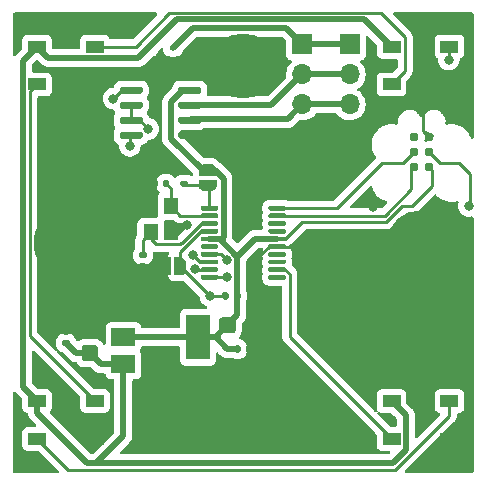
<source format=gtl>
G04 #@! TF.GenerationSoftware,KiCad,Pcbnew,6.0.4+dfsg-1~bpo11+1*
G04 #@! TF.CreationDate,2022-05-23T04:18:15+00:00*
G04 #@! TF.ProjectId,LEDcube,4c454463-7562-4652-9e6b-696361645f70,rev?*
G04 #@! TF.SameCoordinates,Original*
G04 #@! TF.FileFunction,Copper,L1,Top*
G04 #@! TF.FilePolarity,Positive*
%FSLAX46Y46*%
G04 Gerber Fmt 4.6, Leading zero omitted, Abs format (unit mm)*
G04 Created by KiCad (PCBNEW 6.0.4+dfsg-1~bpo11+1) date 2022-05-23 04:18:15*
%MOMM*%
%LPD*%
G01*
G04 APERTURE LIST*
G04 #@! TA.AperFunction,SMDPad,CuDef*
%ADD10R,1.500000X1.000000*%
G04 #@! TD*
G04 #@! TA.AperFunction,ComponentPad*
%ADD11C,5.500000*%
G04 #@! TD*
G04 #@! TA.AperFunction,SMDPad,CuDef*
%ADD12R,1.200000X1.400000*%
G04 #@! TD*
G04 #@! TA.AperFunction,SMDPad,CuDef*
%ADD13R,0.600000X0.450000*%
G04 #@! TD*
G04 #@! TA.AperFunction,SMDPad,CuDef*
%ADD14R,2.000000X1.500000*%
G04 #@! TD*
G04 #@! TA.AperFunction,SMDPad,CuDef*
%ADD15R,2.000000X3.800000*%
G04 #@! TD*
G04 #@! TA.AperFunction,ConnectorPad*
%ADD16C,0.787400*%
G04 #@! TD*
G04 #@! TA.AperFunction,ComponentPad*
%ADD17R,1.700000X1.700000*%
G04 #@! TD*
G04 #@! TA.AperFunction,ComponentPad*
%ADD18O,1.700000X1.700000*%
G04 #@! TD*
G04 #@! TA.AperFunction,ViaPad*
%ADD19C,0.800000*%
G04 #@! TD*
G04 #@! TA.AperFunction,Conductor*
%ADD20C,0.250000*%
G04 #@! TD*
G04 #@! TA.AperFunction,Conductor*
%ADD21C,0.500000*%
G04 #@! TD*
G04 APERTURE END LIST*
G04 #@! TA.AperFunction,SMDPad,CuDef*
G36*
G01*
X100760000Y-108830000D02*
X100760000Y-109170000D01*
G75*
G02*
X100620000Y-109310000I-140000J0D01*
G01*
X100340000Y-109310000D01*
G75*
G02*
X100200000Y-109170000I0J140000D01*
G01*
X100200000Y-108830000D01*
G75*
G02*
X100340000Y-108690000I140000J0D01*
G01*
X100620000Y-108690000D01*
G75*
G02*
X100760000Y-108830000I0J-140000D01*
G01*
G37*
G04 #@! TD.AperFunction*
G04 #@! TA.AperFunction,SMDPad,CuDef*
G36*
G01*
X99800000Y-108830000D02*
X99800000Y-109170000D01*
G75*
G02*
X99660000Y-109310000I-140000J0D01*
G01*
X99380000Y-109310000D01*
G75*
G02*
X99240000Y-109170000I0J140000D01*
G01*
X99240000Y-108830000D01*
G75*
G02*
X99380000Y-108690000I140000J0D01*
G01*
X99660000Y-108690000D01*
G75*
G02*
X99800000Y-108830000I0J-140000D01*
G01*
G37*
G04 #@! TD.AperFunction*
D10*
X112550000Y-113400000D03*
X112550000Y-116600000D03*
X117450000Y-116600000D03*
X117450000Y-113400000D03*
G04 #@! TA.AperFunction,SMDPad,CuDef*
G36*
G01*
X91670000Y-102280000D02*
X91330000Y-102280000D01*
G75*
G02*
X91190000Y-102140000I0J140000D01*
G01*
X91190000Y-101860000D01*
G75*
G02*
X91330000Y-101720000I140000J0D01*
G01*
X91670000Y-101720000D01*
G75*
G02*
X91810000Y-101860000I0J-140000D01*
G01*
X91810000Y-102140000D01*
G75*
G02*
X91670000Y-102280000I-140000J0D01*
G01*
G37*
G04 #@! TD.AperFunction*
G04 #@! TA.AperFunction,SMDPad,CuDef*
G36*
G01*
X91670000Y-101320000D02*
X91330000Y-101320000D01*
G75*
G02*
X91190000Y-101180000I0J140000D01*
G01*
X91190000Y-100900000D01*
G75*
G02*
X91330000Y-100760000I140000J0D01*
G01*
X91670000Y-100760000D01*
G75*
G02*
X91810000Y-100900000I0J-140000D01*
G01*
X91810000Y-101180000D01*
G75*
G02*
X91670000Y-101320000I-140000J0D01*
G01*
G37*
G04 #@! TD.AperFunction*
D11*
X100000000Y-115000000D03*
D12*
X92150000Y-96900000D03*
X92150000Y-99100000D03*
X93850000Y-99100000D03*
X93850000Y-96900000D03*
G04 #@! TA.AperFunction,SMDPad,CuDef*
G36*
G01*
X92220000Y-95170000D02*
X92220000Y-94830000D01*
G75*
G02*
X92360000Y-94690000I140000J0D01*
G01*
X92640000Y-94690000D01*
G75*
G02*
X92780000Y-94830000I0J-140000D01*
G01*
X92780000Y-95170000D01*
G75*
G02*
X92640000Y-95310000I-140000J0D01*
G01*
X92360000Y-95310000D01*
G75*
G02*
X92220000Y-95170000I0J140000D01*
G01*
G37*
G04 #@! TD.AperFunction*
G04 #@! TA.AperFunction,SMDPad,CuDef*
G36*
G01*
X93180000Y-95170000D02*
X93180000Y-94830000D01*
G75*
G02*
X93320000Y-94690000I140000J0D01*
G01*
X93600000Y-94690000D01*
G75*
G02*
X93740000Y-94830000I0J-140000D01*
G01*
X93740000Y-95170000D01*
G75*
G02*
X93600000Y-95310000I-140000J0D01*
G01*
X93320000Y-95310000D01*
G75*
G02*
X93180000Y-95170000I0J140000D01*
G01*
G37*
G04 #@! TD.AperFunction*
G04 #@! TA.AperFunction,SMDPad,CuDef*
G36*
G01*
X96400000Y-97175000D02*
X96400000Y-96975000D01*
G75*
G02*
X96500000Y-96875000I100000J0D01*
G01*
X97775000Y-96875000D01*
G75*
G02*
X97875000Y-96975000I0J-100000D01*
G01*
X97875000Y-97175000D01*
G75*
G02*
X97775000Y-97275000I-100000J0D01*
G01*
X96500000Y-97275000D01*
G75*
G02*
X96400000Y-97175000I0J100000D01*
G01*
G37*
G04 #@! TD.AperFunction*
G04 #@! TA.AperFunction,SMDPad,CuDef*
G36*
G01*
X96400000Y-97825000D02*
X96400000Y-97625000D01*
G75*
G02*
X96500000Y-97525000I100000J0D01*
G01*
X97775000Y-97525000D01*
G75*
G02*
X97875000Y-97625000I0J-100000D01*
G01*
X97875000Y-97825000D01*
G75*
G02*
X97775000Y-97925000I-100000J0D01*
G01*
X96500000Y-97925000D01*
G75*
G02*
X96400000Y-97825000I0J100000D01*
G01*
G37*
G04 #@! TD.AperFunction*
G04 #@! TA.AperFunction,SMDPad,CuDef*
G36*
G01*
X96400000Y-98475000D02*
X96400000Y-98275000D01*
G75*
G02*
X96500000Y-98175000I100000J0D01*
G01*
X97775000Y-98175000D01*
G75*
G02*
X97875000Y-98275000I0J-100000D01*
G01*
X97875000Y-98475000D01*
G75*
G02*
X97775000Y-98575000I-100000J0D01*
G01*
X96500000Y-98575000D01*
G75*
G02*
X96400000Y-98475000I0J100000D01*
G01*
G37*
G04 #@! TD.AperFunction*
G04 #@! TA.AperFunction,SMDPad,CuDef*
G36*
G01*
X96400000Y-99125000D02*
X96400000Y-98925000D01*
G75*
G02*
X96500000Y-98825000I100000J0D01*
G01*
X97775000Y-98825000D01*
G75*
G02*
X97875000Y-98925000I0J-100000D01*
G01*
X97875000Y-99125000D01*
G75*
G02*
X97775000Y-99225000I-100000J0D01*
G01*
X96500000Y-99225000D01*
G75*
G02*
X96400000Y-99125000I0J100000D01*
G01*
G37*
G04 #@! TD.AperFunction*
G04 #@! TA.AperFunction,SMDPad,CuDef*
G36*
G01*
X96400000Y-99775000D02*
X96400000Y-99575000D01*
G75*
G02*
X96500000Y-99475000I100000J0D01*
G01*
X97775000Y-99475000D01*
G75*
G02*
X97875000Y-99575000I0J-100000D01*
G01*
X97875000Y-99775000D01*
G75*
G02*
X97775000Y-99875000I-100000J0D01*
G01*
X96500000Y-99875000D01*
G75*
G02*
X96400000Y-99775000I0J100000D01*
G01*
G37*
G04 #@! TD.AperFunction*
G04 #@! TA.AperFunction,SMDPad,CuDef*
G36*
G01*
X96400000Y-100425000D02*
X96400000Y-100225000D01*
G75*
G02*
X96500000Y-100125000I100000J0D01*
G01*
X97775000Y-100125000D01*
G75*
G02*
X97875000Y-100225000I0J-100000D01*
G01*
X97875000Y-100425000D01*
G75*
G02*
X97775000Y-100525000I-100000J0D01*
G01*
X96500000Y-100525000D01*
G75*
G02*
X96400000Y-100425000I0J100000D01*
G01*
G37*
G04 #@! TD.AperFunction*
G04 #@! TA.AperFunction,SMDPad,CuDef*
G36*
G01*
X96400000Y-101075000D02*
X96400000Y-100875000D01*
G75*
G02*
X96500000Y-100775000I100000J0D01*
G01*
X97775000Y-100775000D01*
G75*
G02*
X97875000Y-100875000I0J-100000D01*
G01*
X97875000Y-101075000D01*
G75*
G02*
X97775000Y-101175000I-100000J0D01*
G01*
X96500000Y-101175000D01*
G75*
G02*
X96400000Y-101075000I0J100000D01*
G01*
G37*
G04 #@! TD.AperFunction*
G04 #@! TA.AperFunction,SMDPad,CuDef*
G36*
G01*
X96400000Y-101725000D02*
X96400000Y-101525000D01*
G75*
G02*
X96500000Y-101425000I100000J0D01*
G01*
X97775000Y-101425000D01*
G75*
G02*
X97875000Y-101525000I0J-100000D01*
G01*
X97875000Y-101725000D01*
G75*
G02*
X97775000Y-101825000I-100000J0D01*
G01*
X96500000Y-101825000D01*
G75*
G02*
X96400000Y-101725000I0J100000D01*
G01*
G37*
G04 #@! TD.AperFunction*
G04 #@! TA.AperFunction,SMDPad,CuDef*
G36*
G01*
X96400000Y-102375000D02*
X96400000Y-102175000D01*
G75*
G02*
X96500000Y-102075000I100000J0D01*
G01*
X97775000Y-102075000D01*
G75*
G02*
X97875000Y-102175000I0J-100000D01*
G01*
X97875000Y-102375000D01*
G75*
G02*
X97775000Y-102475000I-100000J0D01*
G01*
X96500000Y-102475000D01*
G75*
G02*
X96400000Y-102375000I0J100000D01*
G01*
G37*
G04 #@! TD.AperFunction*
G04 #@! TA.AperFunction,SMDPad,CuDef*
G36*
G01*
X96400000Y-103025000D02*
X96400000Y-102825000D01*
G75*
G02*
X96500000Y-102725000I100000J0D01*
G01*
X97775000Y-102725000D01*
G75*
G02*
X97875000Y-102825000I0J-100000D01*
G01*
X97875000Y-103025000D01*
G75*
G02*
X97775000Y-103125000I-100000J0D01*
G01*
X96500000Y-103125000D01*
G75*
G02*
X96400000Y-103025000I0J100000D01*
G01*
G37*
G04 #@! TD.AperFunction*
G04 #@! TA.AperFunction,SMDPad,CuDef*
G36*
G01*
X102125000Y-103025000D02*
X102125000Y-102825000D01*
G75*
G02*
X102225000Y-102725000I100000J0D01*
G01*
X103500000Y-102725000D01*
G75*
G02*
X103600000Y-102825000I0J-100000D01*
G01*
X103600000Y-103025000D01*
G75*
G02*
X103500000Y-103125000I-100000J0D01*
G01*
X102225000Y-103125000D01*
G75*
G02*
X102125000Y-103025000I0J100000D01*
G01*
G37*
G04 #@! TD.AperFunction*
G04 #@! TA.AperFunction,SMDPad,CuDef*
G36*
G01*
X102125000Y-102375000D02*
X102125000Y-102175000D01*
G75*
G02*
X102225000Y-102075000I100000J0D01*
G01*
X103500000Y-102075000D01*
G75*
G02*
X103600000Y-102175000I0J-100000D01*
G01*
X103600000Y-102375000D01*
G75*
G02*
X103500000Y-102475000I-100000J0D01*
G01*
X102225000Y-102475000D01*
G75*
G02*
X102125000Y-102375000I0J100000D01*
G01*
G37*
G04 #@! TD.AperFunction*
G04 #@! TA.AperFunction,SMDPad,CuDef*
G36*
G01*
X102125000Y-101725000D02*
X102125000Y-101525000D01*
G75*
G02*
X102225000Y-101425000I100000J0D01*
G01*
X103500000Y-101425000D01*
G75*
G02*
X103600000Y-101525000I0J-100000D01*
G01*
X103600000Y-101725000D01*
G75*
G02*
X103500000Y-101825000I-100000J0D01*
G01*
X102225000Y-101825000D01*
G75*
G02*
X102125000Y-101725000I0J100000D01*
G01*
G37*
G04 #@! TD.AperFunction*
G04 #@! TA.AperFunction,SMDPad,CuDef*
G36*
G01*
X102125000Y-101075000D02*
X102125000Y-100875000D01*
G75*
G02*
X102225000Y-100775000I100000J0D01*
G01*
X103500000Y-100775000D01*
G75*
G02*
X103600000Y-100875000I0J-100000D01*
G01*
X103600000Y-101075000D01*
G75*
G02*
X103500000Y-101175000I-100000J0D01*
G01*
X102225000Y-101175000D01*
G75*
G02*
X102125000Y-101075000I0J100000D01*
G01*
G37*
G04 #@! TD.AperFunction*
G04 #@! TA.AperFunction,SMDPad,CuDef*
G36*
G01*
X102125000Y-100425000D02*
X102125000Y-100225000D01*
G75*
G02*
X102225000Y-100125000I100000J0D01*
G01*
X103500000Y-100125000D01*
G75*
G02*
X103600000Y-100225000I0J-100000D01*
G01*
X103600000Y-100425000D01*
G75*
G02*
X103500000Y-100525000I-100000J0D01*
G01*
X102225000Y-100525000D01*
G75*
G02*
X102125000Y-100425000I0J100000D01*
G01*
G37*
G04 #@! TD.AperFunction*
G04 #@! TA.AperFunction,SMDPad,CuDef*
G36*
G01*
X102125000Y-99775000D02*
X102125000Y-99575000D01*
G75*
G02*
X102225000Y-99475000I100000J0D01*
G01*
X103500000Y-99475000D01*
G75*
G02*
X103600000Y-99575000I0J-100000D01*
G01*
X103600000Y-99775000D01*
G75*
G02*
X103500000Y-99875000I-100000J0D01*
G01*
X102225000Y-99875000D01*
G75*
G02*
X102125000Y-99775000I0J100000D01*
G01*
G37*
G04 #@! TD.AperFunction*
G04 #@! TA.AperFunction,SMDPad,CuDef*
G36*
G01*
X102125000Y-99125000D02*
X102125000Y-98925000D01*
G75*
G02*
X102225000Y-98825000I100000J0D01*
G01*
X103500000Y-98825000D01*
G75*
G02*
X103600000Y-98925000I0J-100000D01*
G01*
X103600000Y-99125000D01*
G75*
G02*
X103500000Y-99225000I-100000J0D01*
G01*
X102225000Y-99225000D01*
G75*
G02*
X102125000Y-99125000I0J100000D01*
G01*
G37*
G04 #@! TD.AperFunction*
G04 #@! TA.AperFunction,SMDPad,CuDef*
G36*
G01*
X102125000Y-98475000D02*
X102125000Y-98275000D01*
G75*
G02*
X102225000Y-98175000I100000J0D01*
G01*
X103500000Y-98175000D01*
G75*
G02*
X103600000Y-98275000I0J-100000D01*
G01*
X103600000Y-98475000D01*
G75*
G02*
X103500000Y-98575000I-100000J0D01*
G01*
X102225000Y-98575000D01*
G75*
G02*
X102125000Y-98475000I0J100000D01*
G01*
G37*
G04 #@! TD.AperFunction*
G04 #@! TA.AperFunction,SMDPad,CuDef*
G36*
G01*
X102125000Y-97825000D02*
X102125000Y-97625000D01*
G75*
G02*
X102225000Y-97525000I100000J0D01*
G01*
X103500000Y-97525000D01*
G75*
G02*
X103600000Y-97625000I0J-100000D01*
G01*
X103600000Y-97825000D01*
G75*
G02*
X103500000Y-97925000I-100000J0D01*
G01*
X102225000Y-97925000D01*
G75*
G02*
X102125000Y-97825000I0J100000D01*
G01*
G37*
G04 #@! TD.AperFunction*
G04 #@! TA.AperFunction,SMDPad,CuDef*
G36*
G01*
X102125000Y-97175000D02*
X102125000Y-96975000D01*
G75*
G02*
X102225000Y-96875000I100000J0D01*
G01*
X103500000Y-96875000D01*
G75*
G02*
X103600000Y-96975000I0J-100000D01*
G01*
X103600000Y-97175000D01*
G75*
G02*
X103500000Y-97275000I-100000J0D01*
G01*
X102225000Y-97275000D01*
G75*
G02*
X102125000Y-97175000I0J100000D01*
G01*
G37*
G04 #@! TD.AperFunction*
D13*
X91950000Y-83500000D03*
X94050000Y-83500000D03*
G04 #@! TA.AperFunction,SMDPad,CuDef*
G36*
G01*
X87425000Y-110050000D02*
X86575000Y-110050000D01*
G75*
G02*
X86325000Y-109800000I0J250000D01*
G01*
X86325000Y-108900000D01*
G75*
G02*
X86575000Y-108650000I250000J0D01*
G01*
X87425000Y-108650000D01*
G75*
G02*
X87675000Y-108900000I0J-250000D01*
G01*
X87675000Y-109800000D01*
G75*
G02*
X87425000Y-110050000I-250000J0D01*
G01*
G37*
G04 #@! TD.AperFunction*
G04 #@! TA.AperFunction,SMDPad,CuDef*
G36*
G01*
X87425000Y-107350000D02*
X86575000Y-107350000D01*
G75*
G02*
X86325000Y-107100000I0J250000D01*
G01*
X86325000Y-106200000D01*
G75*
G02*
X86575000Y-105950000I250000J0D01*
G01*
X87425000Y-105950000D01*
G75*
G02*
X87675000Y-106200000I0J-250000D01*
G01*
X87675000Y-107100000D01*
G75*
G02*
X87425000Y-107350000I-250000J0D01*
G01*
G37*
G04 #@! TD.AperFunction*
D14*
X89850000Y-105700000D03*
D15*
X96150000Y-108000000D03*
D14*
X89850000Y-108000000D03*
X89850000Y-110300000D03*
D10*
X82550000Y-113400000D03*
X82550000Y-116600000D03*
X87450000Y-116600000D03*
X87450000Y-113400000D03*
X112550000Y-83400000D03*
X112550000Y-86600000D03*
X117450000Y-86600000D03*
X117450000Y-83400000D03*
G04 #@! TA.AperFunction,SMDPad,CuDef*
G36*
X96250000Y-94350000D02*
G01*
X96250000Y-93850000D01*
X96254967Y-93850000D01*
X96256432Y-93770059D01*
X96298707Y-93634744D01*
X96377262Y-93516734D01*
X96485781Y-93425514D01*
X96615540Y-93368419D01*
X96750000Y-93350836D01*
X96750000Y-93350000D01*
X97250000Y-93350000D01*
X97250000Y-93350836D01*
X97256109Y-93350037D01*
X97396186Y-93371848D01*
X97524511Y-93432096D01*
X97630769Y-93525940D01*
X97706417Y-93645835D01*
X97745374Y-93782142D01*
X97744959Y-93850000D01*
X97750000Y-93850000D01*
X97750000Y-94350000D01*
X96250000Y-94350000D01*
G37*
G04 #@! TD.AperFunction*
G04 #@! TA.AperFunction,SMDPad,CuDef*
G36*
X97744959Y-95150000D02*
G01*
X97744508Y-95223905D01*
X97703889Y-95359726D01*
X97626782Y-95478688D01*
X97519385Y-95571226D01*
X97390333Y-95629903D01*
X97250000Y-95650000D01*
X96750000Y-95650000D01*
X96737784Y-95649851D01*
X96597983Y-95626331D01*
X96470404Y-95564519D01*
X96365300Y-95469384D01*
X96291123Y-95348574D01*
X96253834Y-95211801D01*
X96254967Y-95150000D01*
X96250000Y-95150000D01*
X96250000Y-94650000D01*
X97750000Y-94650000D01*
X97750000Y-95150000D01*
X97744959Y-95150000D01*
G37*
G04 #@! TD.AperFunction*
G04 #@! TA.AperFunction,SMDPad,CuDef*
G36*
X94150000Y-101250000D02*
G01*
X94650000Y-101250000D01*
X94650000Y-101254967D01*
X94729941Y-101256432D01*
X94865256Y-101298707D01*
X94983266Y-101377262D01*
X95074486Y-101485781D01*
X95131581Y-101615540D01*
X95149164Y-101750000D01*
X95150000Y-101750000D01*
X95150000Y-102250000D01*
X95149164Y-102250000D01*
X95149963Y-102256109D01*
X95128152Y-102396186D01*
X95067904Y-102524511D01*
X94974060Y-102630769D01*
X94854165Y-102706417D01*
X94717858Y-102745374D01*
X94650000Y-102744959D01*
X94650000Y-102750000D01*
X94150000Y-102750000D01*
X94150000Y-101250000D01*
G37*
G04 #@! TD.AperFunction*
G04 #@! TA.AperFunction,SMDPad,CuDef*
G36*
X93350000Y-102744959D02*
G01*
X93276095Y-102744508D01*
X93140274Y-102703889D01*
X93021312Y-102626782D01*
X92928774Y-102519385D01*
X92870097Y-102390333D01*
X92850000Y-102250000D01*
X92850000Y-101750000D01*
X92850149Y-101737784D01*
X92873669Y-101597983D01*
X92935481Y-101470404D01*
X93030616Y-101365300D01*
X93151426Y-101291123D01*
X93288199Y-101253834D01*
X93350000Y-101254967D01*
X93350000Y-101250000D01*
X93850000Y-101250000D01*
X93850000Y-102750000D01*
X93350000Y-102750000D01*
X93350000Y-102744959D01*
G37*
G04 #@! TD.AperFunction*
G04 #@! TA.AperFunction,SMDPad,CuDef*
G36*
G01*
X95185000Y-95280000D02*
X94815000Y-95280000D01*
G75*
G02*
X94680000Y-95145000I0J135000D01*
G01*
X94680000Y-94875000D01*
G75*
G02*
X94815000Y-94740000I135000J0D01*
G01*
X95185000Y-94740000D01*
G75*
G02*
X95320000Y-94875000I0J-135000D01*
G01*
X95320000Y-95145000D01*
G75*
G02*
X95185000Y-95280000I-135000J0D01*
G01*
G37*
G04 #@! TD.AperFunction*
G04 #@! TA.AperFunction,SMDPad,CuDef*
G36*
G01*
X95185000Y-94260000D02*
X94815000Y-94260000D01*
G75*
G02*
X94680000Y-94125000I0J135000D01*
G01*
X94680000Y-93855000D01*
G75*
G02*
X94815000Y-93720000I135000J0D01*
G01*
X95185000Y-93720000D01*
G75*
G02*
X95320000Y-93855000I0J-135000D01*
G01*
X95320000Y-94125000D01*
G75*
G02*
X95185000Y-94260000I-135000J0D01*
G01*
G37*
G04 #@! TD.AperFunction*
G04 #@! TA.AperFunction,SMDPad,CuDef*
G36*
G01*
X84830000Y-107240000D02*
X85170000Y-107240000D01*
G75*
G02*
X85310000Y-107380000I0J-140000D01*
G01*
X85310000Y-107660000D01*
G75*
G02*
X85170000Y-107800000I-140000J0D01*
G01*
X84830000Y-107800000D01*
G75*
G02*
X84690000Y-107660000I0J140000D01*
G01*
X84690000Y-107380000D01*
G75*
G02*
X84830000Y-107240000I140000J0D01*
G01*
G37*
G04 #@! TD.AperFunction*
G04 #@! TA.AperFunction,SMDPad,CuDef*
G36*
G01*
X84830000Y-108200000D02*
X85170000Y-108200000D01*
G75*
G02*
X85310000Y-108340000I0J-140000D01*
G01*
X85310000Y-108620000D01*
G75*
G02*
X85170000Y-108760000I-140000J0D01*
G01*
X84830000Y-108760000D01*
G75*
G02*
X84690000Y-108620000I0J140000D01*
G01*
X84690000Y-108340000D01*
G75*
G02*
X84830000Y-108200000I140000J0D01*
G01*
G37*
G04 #@! TD.AperFunction*
D11*
X85000000Y-100000000D03*
X115000000Y-100000000D03*
G04 #@! TA.AperFunction,SMDPad,CuDef*
G36*
G01*
X97950000Y-107425000D02*
X97950000Y-106575000D01*
G75*
G02*
X98200000Y-106325000I250000J0D01*
G01*
X99100000Y-106325000D01*
G75*
G02*
X99350000Y-106575000I0J-250000D01*
G01*
X99350000Y-107425000D01*
G75*
G02*
X99100000Y-107675000I-250000J0D01*
G01*
X98200000Y-107675000D01*
G75*
G02*
X97950000Y-107425000I0J250000D01*
G01*
G37*
G04 #@! TD.AperFunction*
G04 #@! TA.AperFunction,SMDPad,CuDef*
G36*
G01*
X100650000Y-107425000D02*
X100650000Y-106575000D01*
G75*
G02*
X100900000Y-106325000I250000J0D01*
G01*
X101800000Y-106325000D01*
G75*
G02*
X102050000Y-106575000I0J-250000D01*
G01*
X102050000Y-107425000D01*
G75*
G02*
X101800000Y-107675000I-250000J0D01*
G01*
X100900000Y-107675000D01*
G75*
G02*
X100650000Y-107425000I0J250000D01*
G01*
G37*
G04 #@! TD.AperFunction*
G04 #@! TA.AperFunction,SMDPad,CuDef*
G36*
G01*
X89530000Y-87245000D02*
X89530000Y-86945000D01*
G75*
G02*
X89680000Y-86795000I150000J0D01*
G01*
X91330000Y-86795000D01*
G75*
G02*
X91480000Y-86945000I0J-150000D01*
G01*
X91480000Y-87245000D01*
G75*
G02*
X91330000Y-87395000I-150000J0D01*
G01*
X89680000Y-87395000D01*
G75*
G02*
X89530000Y-87245000I0J150000D01*
G01*
G37*
G04 #@! TD.AperFunction*
G04 #@! TA.AperFunction,SMDPad,CuDef*
G36*
G01*
X89530000Y-88515000D02*
X89530000Y-88215000D01*
G75*
G02*
X89680000Y-88065000I150000J0D01*
G01*
X91330000Y-88065000D01*
G75*
G02*
X91480000Y-88215000I0J-150000D01*
G01*
X91480000Y-88515000D01*
G75*
G02*
X91330000Y-88665000I-150000J0D01*
G01*
X89680000Y-88665000D01*
G75*
G02*
X89530000Y-88515000I0J150000D01*
G01*
G37*
G04 #@! TD.AperFunction*
G04 #@! TA.AperFunction,SMDPad,CuDef*
G36*
G01*
X89530000Y-89785000D02*
X89530000Y-89485000D01*
G75*
G02*
X89680000Y-89335000I150000J0D01*
G01*
X91330000Y-89335000D01*
G75*
G02*
X91480000Y-89485000I0J-150000D01*
G01*
X91480000Y-89785000D01*
G75*
G02*
X91330000Y-89935000I-150000J0D01*
G01*
X89680000Y-89935000D01*
G75*
G02*
X89530000Y-89785000I0J150000D01*
G01*
G37*
G04 #@! TD.AperFunction*
G04 #@! TA.AperFunction,SMDPad,CuDef*
G36*
G01*
X89530000Y-91055000D02*
X89530000Y-90755000D01*
G75*
G02*
X89680000Y-90605000I150000J0D01*
G01*
X91330000Y-90605000D01*
G75*
G02*
X91480000Y-90755000I0J-150000D01*
G01*
X91480000Y-91055000D01*
G75*
G02*
X91330000Y-91205000I-150000J0D01*
G01*
X89680000Y-91205000D01*
G75*
G02*
X89530000Y-91055000I0J150000D01*
G01*
G37*
G04 #@! TD.AperFunction*
G04 #@! TA.AperFunction,SMDPad,CuDef*
G36*
G01*
X94480000Y-91055000D02*
X94480000Y-90755000D01*
G75*
G02*
X94630000Y-90605000I150000J0D01*
G01*
X96280000Y-90605000D01*
G75*
G02*
X96430000Y-90755000I0J-150000D01*
G01*
X96430000Y-91055000D01*
G75*
G02*
X96280000Y-91205000I-150000J0D01*
G01*
X94630000Y-91205000D01*
G75*
G02*
X94480000Y-91055000I0J150000D01*
G01*
G37*
G04 #@! TD.AperFunction*
G04 #@! TA.AperFunction,SMDPad,CuDef*
G36*
G01*
X94480000Y-89785000D02*
X94480000Y-89485000D01*
G75*
G02*
X94630000Y-89335000I150000J0D01*
G01*
X96280000Y-89335000D01*
G75*
G02*
X96430000Y-89485000I0J-150000D01*
G01*
X96430000Y-89785000D01*
G75*
G02*
X96280000Y-89935000I-150000J0D01*
G01*
X94630000Y-89935000D01*
G75*
G02*
X94480000Y-89785000I0J150000D01*
G01*
G37*
G04 #@! TD.AperFunction*
G04 #@! TA.AperFunction,SMDPad,CuDef*
G36*
G01*
X94480000Y-88515000D02*
X94480000Y-88215000D01*
G75*
G02*
X94630000Y-88065000I150000J0D01*
G01*
X96280000Y-88065000D01*
G75*
G02*
X96430000Y-88215000I0J-150000D01*
G01*
X96430000Y-88515000D01*
G75*
G02*
X96280000Y-88665000I-150000J0D01*
G01*
X94630000Y-88665000D01*
G75*
G02*
X94480000Y-88515000I0J150000D01*
G01*
G37*
G04 #@! TD.AperFunction*
G04 #@! TA.AperFunction,SMDPad,CuDef*
G36*
G01*
X94480000Y-87245000D02*
X94480000Y-86945000D01*
G75*
G02*
X94630000Y-86795000I150000J0D01*
G01*
X96280000Y-86795000D01*
G75*
G02*
X96430000Y-86945000I0J-150000D01*
G01*
X96430000Y-87245000D01*
G75*
G02*
X96280000Y-87395000I-150000J0D01*
G01*
X94630000Y-87395000D01*
G75*
G02*
X94480000Y-87245000I0J150000D01*
G01*
G37*
G04 #@! TD.AperFunction*
X100000000Y-85000000D03*
G04 #@! TA.AperFunction,SMDPad,CuDef*
G36*
G01*
X99770000Y-104315000D02*
X99770000Y-104685000D01*
G75*
G02*
X99635000Y-104820000I-135000J0D01*
G01*
X99365000Y-104820000D01*
G75*
G02*
X99230000Y-104685000I0J135000D01*
G01*
X99230000Y-104315000D01*
G75*
G02*
X99365000Y-104180000I135000J0D01*
G01*
X99635000Y-104180000D01*
G75*
G02*
X99770000Y-104315000I0J-135000D01*
G01*
G37*
G04 #@! TD.AperFunction*
G04 #@! TA.AperFunction,SMDPad,CuDef*
G36*
G01*
X98750000Y-104315000D02*
X98750000Y-104685000D01*
G75*
G02*
X98615000Y-104820000I-135000J0D01*
G01*
X98345000Y-104820000D01*
G75*
G02*
X98210000Y-104685000I0J135000D01*
G01*
X98210000Y-104315000D01*
G75*
G02*
X98345000Y-104180000I135000J0D01*
G01*
X98615000Y-104180000D01*
G75*
G02*
X98750000Y-104315000I0J-135000D01*
G01*
G37*
G04 #@! TD.AperFunction*
D10*
X82550000Y-83400000D03*
X82550000Y-86600000D03*
X87450000Y-86600000D03*
X87450000Y-83400000D03*
D16*
X115735000Y-93570000D03*
X114465000Y-93570000D03*
X115735000Y-92300000D03*
X114465000Y-92300000D03*
X115735000Y-91030000D03*
X114465000Y-91030000D03*
D17*
X105000000Y-83200000D03*
D18*
X105000000Y-85740000D03*
X105000000Y-88280000D03*
X105000000Y-90820000D03*
D17*
X109000000Y-83200000D03*
D18*
X109000000Y-85740000D03*
X109000000Y-88280000D03*
X109000000Y-90820000D03*
D19*
X82200000Y-118300000D03*
X112600000Y-115000000D03*
X89900000Y-81700000D03*
X85000000Y-82900000D03*
X95200000Y-98500000D03*
X111000000Y-97000000D03*
X98600000Y-102900000D03*
X117400000Y-84500000D03*
X119100000Y-96900000D03*
X97200000Y-104500000D03*
X98600000Y-101500000D03*
X91966201Y-90358769D03*
X95700000Y-101000000D03*
X90400000Y-91800000D03*
X95937299Y-102262701D03*
X89000000Y-87800000D03*
D20*
X115246179Y-90541179D02*
X115735000Y-91030000D01*
X102862500Y-100325000D02*
X106045000Y-100325000D01*
X115246179Y-88803821D02*
X115246179Y-90541179D01*
X106045000Y-100325000D02*
X106725000Y-101005000D01*
X117450000Y-86600000D02*
X115246179Y-88803821D01*
X101350000Y-101149639D02*
X101350000Y-107000000D01*
X102174639Y-100325000D02*
X101350000Y-101149639D01*
X102862500Y-100325000D02*
X102174639Y-100325000D01*
D21*
X91100489Y-84349511D02*
X91950000Y-83500000D01*
X91950000Y-83500000D02*
X94349031Y-81100969D01*
X89850000Y-110300000D02*
X89850000Y-116349022D01*
X82550000Y-114400000D02*
X86804520Y-118654520D01*
X89850000Y-116349022D02*
X87544502Y-118654520D01*
X85870000Y-109350000D02*
X85000000Y-108480000D01*
X112644502Y-118654520D02*
X113749511Y-117549511D01*
X113749511Y-114599511D02*
X112550000Y-113400000D01*
X82550000Y-83400000D02*
X81350489Y-84599511D01*
X87000000Y-109350000D02*
X85870000Y-109350000D01*
X82550000Y-113400000D02*
X82550000Y-114400000D01*
X83499511Y-84349511D02*
X91100489Y-84349511D01*
X87950000Y-110300000D02*
X87000000Y-109350000D01*
X94349031Y-81100969D02*
X110250969Y-81100969D01*
X113749511Y-117549511D02*
X113749511Y-114599511D01*
X81350489Y-112200489D02*
X82550000Y-113400000D01*
X82550000Y-83400000D02*
X83499511Y-84349511D01*
X86804520Y-118654520D02*
X112644502Y-118654520D01*
X110250969Y-81100969D02*
X112550000Y-83400000D01*
X81350489Y-84599511D02*
X81350489Y-112200489D01*
X89850000Y-110300000D02*
X87950000Y-110300000D01*
X98650000Y-109000000D02*
X97650000Y-108000000D01*
D20*
X113467859Y-96867859D02*
X114302255Y-96867859D01*
D21*
X97137500Y-99675000D02*
X98203116Y-99675000D01*
X97000000Y-93850000D02*
X97585718Y-93850000D01*
D20*
X103550361Y-99675000D02*
X105000000Y-98225361D01*
D21*
X98324520Y-99553596D02*
X98203116Y-99675000D01*
X95455000Y-87095000D02*
X94902151Y-87095000D01*
D20*
X105000000Y-98225361D02*
X112110357Y-98225361D01*
X115969821Y-95200293D02*
X115969821Y-93804821D01*
D21*
X98002138Y-99675000D02*
X99500000Y-101172862D01*
D20*
X102862500Y-99675000D02*
X103550361Y-99675000D01*
D21*
X100997862Y-99675000D02*
X102862500Y-99675000D01*
X96150000Y-108000000D02*
X97650000Y-108000000D01*
X93900000Y-91200000D02*
X96550000Y-93850000D01*
D20*
X114302255Y-96867859D02*
X115969821Y-95200293D01*
D21*
X97585718Y-93850000D02*
X98324520Y-94588802D01*
D20*
X97137500Y-99675000D02*
X97825361Y-99675000D01*
D21*
X96550000Y-93850000D02*
X97000000Y-93850000D01*
X99500000Y-106150000D02*
X99500000Y-104500000D01*
D20*
X112110357Y-98225361D02*
X113467859Y-96867859D01*
D21*
X98650000Y-107000000D02*
X99500000Y-106150000D01*
X98324520Y-94588802D02*
X98324520Y-99553596D01*
X97650000Y-108000000D02*
X98650000Y-107000000D01*
X93900000Y-88097151D02*
X93900000Y-91200000D01*
X99500000Y-104500000D02*
X99500000Y-101172862D01*
D20*
X115969821Y-93804821D02*
X115735000Y-93570000D01*
D21*
X94902151Y-87095000D02*
X93900000Y-88097151D01*
X99500000Y-101172862D02*
X100997862Y-99675000D01*
X99520000Y-109000000D02*
X98650000Y-109000000D01*
X89850000Y-108000000D02*
X96150000Y-108000000D01*
D20*
X94675000Y-97725000D02*
X93850000Y-96900000D01*
X97137500Y-97725000D02*
X94675000Y-97725000D01*
X93850000Y-95390000D02*
X93460000Y-95000000D01*
X93850000Y-96900000D02*
X93850000Y-95390000D01*
X94624511Y-100124511D02*
X92624511Y-100124511D01*
X97137500Y-98375000D02*
X96449639Y-98375000D01*
X92150000Y-99650000D02*
X92150000Y-99100000D01*
X96449639Y-98375000D02*
X94774511Y-100050128D01*
X94698894Y-100050128D02*
X94624511Y-100124511D01*
X91500000Y-101040000D02*
X91500000Y-99750000D01*
X94774511Y-100050128D02*
X94698894Y-100050128D01*
X91500000Y-99750000D02*
X92150000Y-99100000D01*
X92624511Y-100124511D02*
X92150000Y-99650000D01*
D21*
X95749511Y-81800489D02*
X94050000Y-83500000D01*
X105000000Y-83200000D02*
X103600489Y-81800489D01*
X109000000Y-83200000D02*
X105000000Y-83200000D01*
X103600489Y-81800489D02*
X95749511Y-81800489D01*
D20*
X117400000Y-83450000D02*
X117450000Y-83400000D01*
X98575000Y-102925000D02*
X98600000Y-102900000D01*
X117400000Y-84500000D02*
X117400000Y-83450000D01*
X97137500Y-102925000D02*
X98575000Y-102925000D01*
X113700000Y-82600000D02*
X111626450Y-80526450D01*
X113700000Y-85450000D02*
X113700000Y-82600000D01*
X111626450Y-80526450D02*
X93749528Y-80526450D01*
X112550000Y-86600000D02*
X113700000Y-85450000D01*
X93749528Y-80526450D02*
X90875978Y-83400000D01*
X90875978Y-83400000D02*
X87450000Y-83400000D01*
X81925009Y-107875009D02*
X81925009Y-87224991D01*
X87450000Y-113400000D02*
X81925009Y-107875009D01*
X81925009Y-87224991D02*
X82550000Y-86600000D01*
X82550000Y-116600000D02*
X85179039Y-119229039D01*
X117450000Y-114661516D02*
X117450000Y-113400000D01*
X112882477Y-119229039D02*
X117450000Y-114661516D01*
X85179039Y-119229039D02*
X112882477Y-119229039D01*
X103924520Y-107974520D02*
X103924520Y-102649159D01*
X103924520Y-102649159D02*
X103550361Y-102275000D01*
X112550000Y-116600000D02*
X103924520Y-107974520D01*
X103550361Y-102275000D02*
X102862500Y-102275000D01*
D21*
X103759511Y-89520489D02*
X105000000Y-88280000D01*
X95455000Y-89635000D02*
X95569511Y-89520489D01*
X109000000Y-88280000D02*
X105000000Y-88280000D01*
X95569511Y-89520489D02*
X103759511Y-89520489D01*
X109000000Y-85740000D02*
X105000000Y-85740000D01*
X102375000Y-88365000D02*
X105000000Y-85740000D01*
X95455000Y-88365000D02*
X102375000Y-88365000D01*
D20*
X111975000Y-97725000D02*
X102862500Y-97725000D01*
X114230179Y-95469821D02*
X111975000Y-97725000D01*
X114230179Y-93804821D02*
X114230179Y-95469821D01*
X114465000Y-93570000D02*
X114230179Y-93804821D01*
X102862500Y-97075000D02*
X107925000Y-97075000D01*
X114465000Y-92300000D02*
X113486971Y-93278029D01*
X113486971Y-93278029D02*
X111721971Y-93278029D01*
X107925000Y-97075000D02*
X111721971Y-93278029D01*
X119201971Y-94193009D02*
X118235933Y-93226971D01*
X118235933Y-93226971D02*
X116661971Y-93226971D01*
X119201971Y-96798029D02*
X119201971Y-94193009D01*
X116661971Y-93226971D02*
X115735000Y-92300000D01*
X94650000Y-102000000D02*
X97150000Y-104500000D01*
X94650000Y-100810356D02*
X94650000Y-102000000D01*
X97137500Y-99025000D02*
X96435356Y-99025000D01*
X98480000Y-104500000D02*
X97200000Y-104500000D01*
X96435356Y-99025000D02*
X94650000Y-100810356D01*
X119100000Y-96900000D02*
X119201971Y-96798029D01*
X97200000Y-104500000D02*
X97150000Y-104500000D01*
X97000000Y-95150000D02*
X95140000Y-95150000D01*
X97137500Y-97075000D02*
X97137500Y-95287500D01*
X97137500Y-95287500D02*
X97000000Y-95150000D01*
X95140000Y-95150000D02*
X95000000Y-95010000D01*
X91242432Y-89635000D02*
X90505000Y-89635000D01*
X98075000Y-100975000D02*
X98600000Y-101500000D01*
X90505000Y-88365000D02*
X90505000Y-89635000D01*
X97137500Y-100975000D02*
X98075000Y-100975000D01*
X91966201Y-90358769D02*
X91242432Y-89635000D01*
X90400000Y-91010000D02*
X90505000Y-90905000D01*
X97137500Y-101625000D02*
X96325000Y-101625000D01*
X96325000Y-101625000D02*
X95700000Y-101000000D01*
X90400000Y-91800000D02*
X90400000Y-91010000D01*
X89000000Y-87800000D02*
X89705000Y-87095000D01*
X97137500Y-102275000D02*
X95949598Y-102275000D01*
X95949598Y-102275000D02*
X95937299Y-102262701D01*
X89705000Y-87095000D02*
X90505000Y-87095000D01*
G04 #@! TA.AperFunction,Conductor*
G36*
X116280591Y-95889593D02*
G01*
X116338298Y-95933317D01*
X116346594Y-95944673D01*
X116349965Y-95948062D01*
X116349967Y-95948064D01*
X116525194Y-96124211D01*
X116525199Y-96124215D01*
X116528570Y-96127604D01*
X116643612Y-96212575D01*
X116694585Y-96250224D01*
X116736122Y-96280904D01*
X116740352Y-96283130D01*
X116740356Y-96283132D01*
X116960238Y-96398817D01*
X116964475Y-96401046D01*
X117208373Y-96485265D01*
X117400155Y-96520291D01*
X117444797Y-96528444D01*
X117462203Y-96531623D01*
X117544767Y-96535950D01*
X117705613Y-96535950D01*
X117707992Y-96535769D01*
X117707993Y-96535769D01*
X117892519Y-96521733D01*
X117892524Y-96521732D01*
X117897286Y-96521370D01*
X117901939Y-96520291D01*
X117901942Y-96520291D01*
X118080772Y-96478840D01*
X118151650Y-96482944D01*
X118209058Y-96524716D01*
X118234768Y-96590893D01*
X118229056Y-96640522D01*
X118217608Y-96675755D01*
X118206458Y-96710072D01*
X118186496Y-96900000D01*
X118187186Y-96906565D01*
X118205427Y-97080114D01*
X118206458Y-97089928D01*
X118265473Y-97271556D01*
X118360960Y-97436944D01*
X118365378Y-97441851D01*
X118365379Y-97441852D01*
X118378197Y-97456088D01*
X118488747Y-97578866D01*
X118643248Y-97691118D01*
X118649276Y-97693802D01*
X118649278Y-97693803D01*
X118720348Y-97725445D01*
X118817712Y-97768794D01*
X118885614Y-97783227D01*
X118998056Y-97807128D01*
X118998061Y-97807128D01*
X119004513Y-97808500D01*
X119195487Y-97808500D01*
X119201939Y-97807128D01*
X119201944Y-97807128D01*
X119339803Y-97777825D01*
X119410594Y-97783227D01*
X119467227Y-97826044D01*
X119491720Y-97892682D01*
X119492000Y-97901072D01*
X119492000Y-119366000D01*
X119471998Y-119434121D01*
X119418342Y-119480614D01*
X119366000Y-119492000D01*
X113819610Y-119492000D01*
X113751489Y-119471998D01*
X113704996Y-119418342D01*
X113694892Y-119348068D01*
X113724386Y-119283488D01*
X113730515Y-119276905D01*
X117842253Y-115165168D01*
X117850539Y-115157628D01*
X117857018Y-115153516D01*
X117903644Y-115103864D01*
X117906398Y-115101023D01*
X117926135Y-115081286D01*
X117928615Y-115078089D01*
X117936320Y-115069067D01*
X117961159Y-115042616D01*
X117966586Y-115036837D01*
X117970405Y-115029891D01*
X117970407Y-115029888D01*
X117976348Y-115019082D01*
X117987199Y-115002563D01*
X117994758Y-114992817D01*
X117999614Y-114986557D01*
X118002759Y-114979288D01*
X118002762Y-114979284D01*
X118017174Y-114945979D01*
X118022391Y-114935329D01*
X118043695Y-114896576D01*
X118048733Y-114876953D01*
X118055137Y-114858250D01*
X118060033Y-114846936D01*
X118060033Y-114846935D01*
X118063181Y-114839661D01*
X118064420Y-114831838D01*
X118064423Y-114831828D01*
X118070099Y-114795992D01*
X118072505Y-114784372D01*
X118081528Y-114749227D01*
X118081528Y-114749226D01*
X118083500Y-114741546D01*
X118083500Y-114721292D01*
X118085051Y-114701581D01*
X118086980Y-114689402D01*
X118088220Y-114681573D01*
X118084059Y-114637554D01*
X118083500Y-114625697D01*
X118083500Y-114534500D01*
X118103502Y-114466379D01*
X118157158Y-114419886D01*
X118209500Y-114408500D01*
X118248134Y-114408500D01*
X118310316Y-114401745D01*
X118446705Y-114350615D01*
X118563261Y-114263261D01*
X118650615Y-114146705D01*
X118701745Y-114010316D01*
X118708500Y-113948134D01*
X118708500Y-112851866D01*
X118701745Y-112789684D01*
X118650615Y-112653295D01*
X118563261Y-112536739D01*
X118446705Y-112449385D01*
X118310316Y-112398255D01*
X118248134Y-112391500D01*
X116651866Y-112391500D01*
X116589684Y-112398255D01*
X116453295Y-112449385D01*
X116336739Y-112536739D01*
X116249385Y-112653295D01*
X116198255Y-112789684D01*
X116191500Y-112851866D01*
X116191500Y-113948134D01*
X116198255Y-114010316D01*
X116249385Y-114146705D01*
X116336739Y-114263261D01*
X116453295Y-114350615D01*
X116461704Y-114353767D01*
X116461705Y-114353768D01*
X116569493Y-114394176D01*
X116626258Y-114436817D01*
X116650958Y-114503379D01*
X116635751Y-114572728D01*
X116614359Y-114601253D01*
X114723106Y-116492505D01*
X114660794Y-116526531D01*
X114589978Y-116521466D01*
X114533143Y-116478919D01*
X114508332Y-116412399D01*
X114508011Y-116403410D01*
X114508011Y-114666581D01*
X114509444Y-114647631D01*
X114511610Y-114633396D01*
X114511610Y-114633392D01*
X114512710Y-114626162D01*
X114508426Y-114573493D01*
X114508011Y-114563278D01*
X114508011Y-114555218D01*
X114507361Y-114549637D01*
X114504722Y-114527008D01*
X114504289Y-114522632D01*
X114502723Y-114503379D01*
X114498371Y-114449875D01*
X114496116Y-114442914D01*
X114494929Y-114436974D01*
X114493540Y-114431099D01*
X114492693Y-114423830D01*
X114467775Y-114355181D01*
X114466358Y-114351053D01*
X114446118Y-114288575D01*
X114446117Y-114288573D01*
X114443862Y-114281612D01*
X114440066Y-114275357D01*
X114437560Y-114269883D01*
X114434841Y-114264453D01*
X114432344Y-114257574D01*
X114392325Y-114196535D01*
X114389978Y-114192816D01*
X114371133Y-114161760D01*
X114352106Y-114130404D01*
X114344708Y-114122027D01*
X114344735Y-114122003D01*
X114342082Y-114119011D01*
X114339379Y-114115778D01*
X114335367Y-114109659D01*
X114279128Y-114056383D01*
X114276686Y-114054005D01*
X113845405Y-113622724D01*
X113811379Y-113560412D01*
X113808500Y-113533629D01*
X113808500Y-112851866D01*
X113801745Y-112789684D01*
X113750615Y-112653295D01*
X113663261Y-112536739D01*
X113546705Y-112449385D01*
X113410316Y-112398255D01*
X113348134Y-112391500D01*
X111751866Y-112391500D01*
X111689684Y-112398255D01*
X111553295Y-112449385D01*
X111436739Y-112536739D01*
X111349385Y-112653295D01*
X111298255Y-112789684D01*
X111291500Y-112851866D01*
X111291500Y-113948134D01*
X111298255Y-114010316D01*
X111349385Y-114146705D01*
X111355948Y-114155462D01*
X111356630Y-114157287D01*
X111359079Y-114161760D01*
X111358434Y-114162113D01*
X111380798Y-114221965D01*
X111365749Y-114291348D01*
X111315578Y-114341581D01*
X111246213Y-114356714D01*
X111179678Y-114331944D01*
X111166030Y-114320125D01*
X104594925Y-107749020D01*
X104560899Y-107686708D01*
X104558020Y-107659925D01*
X104558020Y-102727927D01*
X104558547Y-102716744D01*
X104560222Y-102709251D01*
X104558082Y-102641160D01*
X104558020Y-102637203D01*
X104558020Y-102609303D01*
X104557516Y-102605312D01*
X104556583Y-102593470D01*
X104555443Y-102557195D01*
X104555194Y-102549270D01*
X104552982Y-102541656D01*
X104552981Y-102541651D01*
X104549543Y-102529818D01*
X104545532Y-102510454D01*
X104543987Y-102498223D01*
X104542994Y-102490362D01*
X104540077Y-102482995D01*
X104540076Y-102482990D01*
X104526718Y-102449251D01*
X104522874Y-102438024D01*
X104517339Y-102418973D01*
X104510538Y-102395566D01*
X104500227Y-102378131D01*
X104491532Y-102360383D01*
X104484072Y-102341542D01*
X104458084Y-102305772D01*
X104451568Y-102295852D01*
X104433098Y-102264622D01*
X104429062Y-102257797D01*
X104423456Y-102252190D01*
X104414740Y-102243474D01*
X104401899Y-102228440D01*
X104394651Y-102218464D01*
X104394650Y-102218463D01*
X104389992Y-102212052D01*
X104355921Y-102183866D01*
X104347142Y-102175877D01*
X104132387Y-101961122D01*
X104098361Y-101898810D01*
X104096560Y-101855581D01*
X104107962Y-101768972D01*
X104107962Y-101768971D01*
X104108500Y-101764885D01*
X104108499Y-101485116D01*
X104106656Y-101471112D01*
X104093916Y-101374337D01*
X104093916Y-101374335D01*
X104092838Y-101366150D01*
X104085411Y-101348219D01*
X104077821Y-101277630D01*
X104085411Y-101251780D01*
X104086149Y-101250000D01*
X104089679Y-101241478D01*
X104089679Y-101241477D01*
X104092838Y-101233850D01*
X104108500Y-101114885D01*
X104108499Y-100835116D01*
X104104424Y-100804156D01*
X104093916Y-100724337D01*
X104093916Y-100724335D01*
X104092838Y-100716150D01*
X104047924Y-100607718D01*
X104034684Y-100575752D01*
X104034683Y-100575750D01*
X104031524Y-100568124D01*
X103933987Y-100441013D01*
X103913068Y-100424961D01*
X103871202Y-100367622D01*
X103866982Y-100296751D01*
X103901747Y-100234848D01*
X103913070Y-100225038D01*
X103927438Y-100214013D01*
X103927441Y-100214010D01*
X103933987Y-100208987D01*
X103981725Y-100146775D01*
X103987357Y-100140553D01*
X103987468Y-100140472D01*
X104015659Y-100106395D01*
X104023649Y-100097616D01*
X105225499Y-98895766D01*
X105287811Y-98861740D01*
X105314594Y-98858861D01*
X112031590Y-98858861D01*
X112042773Y-98859388D01*
X112050266Y-98861063D01*
X112058192Y-98860814D01*
X112058193Y-98860814D01*
X112118343Y-98858923D01*
X112122302Y-98858861D01*
X112150213Y-98858861D01*
X112154148Y-98858364D01*
X112154213Y-98858356D01*
X112166050Y-98857423D01*
X112198308Y-98856409D01*
X112202327Y-98856283D01*
X112210246Y-98856034D01*
X112229700Y-98850382D01*
X112249057Y-98846374D01*
X112261287Y-98844829D01*
X112261288Y-98844829D01*
X112269154Y-98843835D01*
X112276525Y-98840916D01*
X112276527Y-98840916D01*
X112310269Y-98827557D01*
X112321499Y-98823712D01*
X112356340Y-98813590D01*
X112356341Y-98813590D01*
X112363950Y-98811379D01*
X112370769Y-98807346D01*
X112370774Y-98807344D01*
X112381385Y-98801068D01*
X112399133Y-98792373D01*
X112417974Y-98784913D01*
X112432530Y-98774338D01*
X112453744Y-98758925D01*
X112463664Y-98752409D01*
X112494892Y-98733941D01*
X112494895Y-98733939D01*
X112501719Y-98729903D01*
X112516040Y-98715582D01*
X112531074Y-98702741D01*
X112541051Y-98695492D01*
X112547464Y-98690833D01*
X112575655Y-98656756D01*
X112583645Y-98647977D01*
X113693359Y-97538264D01*
X113755671Y-97504238D01*
X113782454Y-97501359D01*
X114223488Y-97501359D01*
X114234671Y-97501886D01*
X114242164Y-97503561D01*
X114250090Y-97503312D01*
X114250091Y-97503312D01*
X114310241Y-97501421D01*
X114314200Y-97501359D01*
X114342111Y-97501359D01*
X114346046Y-97500862D01*
X114346111Y-97500854D01*
X114357948Y-97499921D01*
X114390206Y-97498907D01*
X114394225Y-97498781D01*
X114402144Y-97498532D01*
X114421598Y-97492880D01*
X114440955Y-97488872D01*
X114453185Y-97487327D01*
X114453186Y-97487327D01*
X114461052Y-97486333D01*
X114468423Y-97483414D01*
X114468425Y-97483414D01*
X114502167Y-97470055D01*
X114513397Y-97466210D01*
X114548238Y-97456088D01*
X114548239Y-97456088D01*
X114555848Y-97453877D01*
X114562667Y-97449844D01*
X114562672Y-97449842D01*
X114573283Y-97443566D01*
X114591031Y-97434871D01*
X114609872Y-97427411D01*
X114616811Y-97422370D01*
X114645642Y-97401423D01*
X114655562Y-97394907D01*
X114686790Y-97376439D01*
X114686793Y-97376437D01*
X114693617Y-97372401D01*
X114707938Y-97358080D01*
X114722972Y-97345239D01*
X114739362Y-97333331D01*
X114767553Y-97299254D01*
X114775543Y-97290475D01*
X116147464Y-95918554D01*
X116209776Y-95884528D01*
X116280591Y-95889593D01*
G37*
G04 #@! TD.AperFunction*
G04 #@! TA.AperFunction,Conductor*
G36*
X80716512Y-112629561D02*
G01*
X80741717Y-112659417D01*
X80747894Y-112669596D01*
X80751610Y-112673804D01*
X80751611Y-112673805D01*
X80755292Y-112677973D01*
X80755265Y-112677997D01*
X80757918Y-112680989D01*
X80760621Y-112684222D01*
X80764633Y-112690341D01*
X80769945Y-112695373D01*
X80820872Y-112743617D01*
X80823314Y-112745995D01*
X81254595Y-113177276D01*
X81288621Y-113239588D01*
X81291500Y-113266371D01*
X81291500Y-113948134D01*
X81298255Y-114010316D01*
X81349385Y-114146705D01*
X81436739Y-114263261D01*
X81553295Y-114350615D01*
X81689684Y-114401745D01*
X81697541Y-114402598D01*
X81701967Y-114403651D01*
X81763614Y-114438869D01*
X81796434Y-114501824D01*
X81798405Y-114516016D01*
X81801140Y-114549637D01*
X81803396Y-114556602D01*
X81804587Y-114562560D01*
X81805971Y-114568415D01*
X81806818Y-114575681D01*
X81831735Y-114644327D01*
X81833152Y-114648455D01*
X81850363Y-114701581D01*
X81855649Y-114717899D01*
X81859445Y-114724154D01*
X81861951Y-114729628D01*
X81864670Y-114735058D01*
X81867167Y-114741937D01*
X81871180Y-114748057D01*
X81871180Y-114748058D01*
X81907186Y-114802976D01*
X81909523Y-114806680D01*
X81947405Y-114869107D01*
X81951121Y-114873315D01*
X81951122Y-114873316D01*
X81954803Y-114877484D01*
X81954776Y-114877508D01*
X81957429Y-114880500D01*
X81960132Y-114883733D01*
X81964144Y-114889852D01*
X81969456Y-114894884D01*
X82020383Y-114943128D01*
X82022825Y-114945506D01*
X82453724Y-115376405D01*
X82487750Y-115438717D01*
X82482685Y-115509532D01*
X82440138Y-115566368D01*
X82373618Y-115591179D01*
X82364629Y-115591500D01*
X81751866Y-115591500D01*
X81689684Y-115598255D01*
X81553295Y-115649385D01*
X81436739Y-115736739D01*
X81349385Y-115853295D01*
X81298255Y-115989684D01*
X81291500Y-116051866D01*
X81291500Y-117148134D01*
X81298255Y-117210316D01*
X81349385Y-117346705D01*
X81436739Y-117463261D01*
X81553295Y-117550615D01*
X81689684Y-117601745D01*
X81751866Y-117608500D01*
X82610406Y-117608500D01*
X82678527Y-117628502D01*
X82699501Y-117645405D01*
X84331001Y-119276905D01*
X84365027Y-119339217D01*
X84359962Y-119410032D01*
X84317415Y-119466868D01*
X84250895Y-119491679D01*
X84241906Y-119492000D01*
X80634000Y-119492000D01*
X80565879Y-119471998D01*
X80519386Y-119418342D01*
X80508000Y-119366000D01*
X80508000Y-112724785D01*
X80528002Y-112656664D01*
X80581658Y-112610171D01*
X80651932Y-112600067D01*
X80716512Y-112629561D01*
G37*
G04 #@! TD.AperFunction*
G04 #@! TA.AperFunction,Conductor*
G36*
X103302239Y-82578991D02*
G01*
X103323213Y-82595894D01*
X103604595Y-82877276D01*
X103638621Y-82939588D01*
X103641500Y-82966371D01*
X103641500Y-84098134D01*
X103648255Y-84160316D01*
X103699385Y-84296705D01*
X103786739Y-84413261D01*
X103903295Y-84500615D01*
X103911704Y-84503767D01*
X103911705Y-84503768D01*
X104020451Y-84544535D01*
X104077216Y-84587176D01*
X104101916Y-84653738D01*
X104086709Y-84723087D01*
X104067316Y-84749568D01*
X103944667Y-84877913D01*
X103940629Y-84882138D01*
X103937720Y-84886403D01*
X103937714Y-84886411D01*
X103907942Y-84930055D01*
X103814743Y-85066680D01*
X103720688Y-85269305D01*
X103660989Y-85484570D01*
X103637251Y-85706695D01*
X103650110Y-85929715D01*
X103651247Y-85934760D01*
X103651966Y-85939877D01*
X103650518Y-85940081D01*
X103646398Y-86004274D01*
X103617119Y-86050200D01*
X102097724Y-87569595D01*
X102035412Y-87603621D01*
X102008629Y-87606500D01*
X97028519Y-87606500D01*
X96960398Y-87586498D01*
X96913905Y-87532842D01*
X96903801Y-87462568D01*
X96907522Y-87445348D01*
X96933767Y-87355011D01*
X96933768Y-87355007D01*
X96935562Y-87348831D01*
X96936392Y-87338297D01*
X96938307Y-87313958D01*
X96938307Y-87313950D01*
X96938500Y-87311502D01*
X96938500Y-86878498D01*
X96937083Y-86860488D01*
X96936067Y-86847579D01*
X96936066Y-86847574D01*
X96935562Y-86841169D01*
X96897463Y-86710031D01*
X96891357Y-86689012D01*
X96891356Y-86689010D01*
X96889145Y-86681399D01*
X96872107Y-86652589D01*
X96808491Y-86545020D01*
X96808489Y-86545017D01*
X96804453Y-86538193D01*
X96686807Y-86420547D01*
X96679983Y-86416511D01*
X96679980Y-86416509D01*
X96550427Y-86339892D01*
X96550428Y-86339892D01*
X96543601Y-86335855D01*
X96535990Y-86333644D01*
X96535988Y-86333643D01*
X96483769Y-86318472D01*
X96383831Y-86289438D01*
X96377426Y-86288934D01*
X96377421Y-86288933D01*
X96348958Y-86286693D01*
X96348950Y-86286693D01*
X96346502Y-86286500D01*
X94563498Y-86286500D01*
X94561050Y-86286693D01*
X94561042Y-86286693D01*
X94532579Y-86288933D01*
X94532574Y-86288934D01*
X94526169Y-86289438D01*
X94426231Y-86318472D01*
X94374012Y-86333643D01*
X94374010Y-86333644D01*
X94366399Y-86335855D01*
X94359572Y-86339892D01*
X94359573Y-86339892D01*
X94230020Y-86416509D01*
X94230017Y-86416511D01*
X94223193Y-86420547D01*
X94105547Y-86538193D01*
X94101511Y-86545017D01*
X94101509Y-86545020D01*
X94037893Y-86652589D01*
X94020855Y-86681399D01*
X94018644Y-86689010D01*
X94018643Y-86689012D01*
X94012537Y-86710031D01*
X93974438Y-86841169D01*
X93973934Y-86847574D01*
X93973933Y-86847579D01*
X93972917Y-86860488D01*
X93971500Y-86878498D01*
X93971500Y-86900780D01*
X93951498Y-86968901D01*
X93934595Y-86989875D01*
X93411089Y-87513381D01*
X93396677Y-87525767D01*
X93385082Y-87534300D01*
X93385077Y-87534305D01*
X93379182Y-87538643D01*
X93374443Y-87544221D01*
X93374440Y-87544224D01*
X93344965Y-87578919D01*
X93338035Y-87586435D01*
X93332340Y-87592130D01*
X93330060Y-87595012D01*
X93314719Y-87614402D01*
X93311928Y-87617806D01*
X93300301Y-87631492D01*
X93264667Y-87673436D01*
X93261339Y-87679952D01*
X93257972Y-87685001D01*
X93254805Y-87690130D01*
X93250266Y-87695867D01*
X93219345Y-87762026D01*
X93217442Y-87765920D01*
X93184231Y-87830959D01*
X93182492Y-87838067D01*
X93180393Y-87843710D01*
X93178476Y-87849473D01*
X93175378Y-87856101D01*
X93173888Y-87863263D01*
X93173888Y-87863264D01*
X93160514Y-87927563D01*
X93159544Y-87931847D01*
X93142192Y-88002761D01*
X93141500Y-88013915D01*
X93141464Y-88013913D01*
X93141225Y-88017906D01*
X93140851Y-88022098D01*
X93139360Y-88029266D01*
X93139558Y-88036583D01*
X93141454Y-88106672D01*
X93141500Y-88110079D01*
X93141500Y-91132930D01*
X93140067Y-91151880D01*
X93138070Y-91165008D01*
X93136801Y-91173349D01*
X93137394Y-91180641D01*
X93137394Y-91180644D01*
X93141085Y-91226018D01*
X93141500Y-91236233D01*
X93141500Y-91244293D01*
X93141925Y-91247937D01*
X93144789Y-91272507D01*
X93145222Y-91276882D01*
X93149171Y-91325427D01*
X93151140Y-91349637D01*
X93153396Y-91356601D01*
X93154587Y-91362560D01*
X93155971Y-91368415D01*
X93156818Y-91375681D01*
X93181735Y-91444327D01*
X93183152Y-91448455D01*
X93187478Y-91461807D01*
X93205649Y-91517899D01*
X93209445Y-91524154D01*
X93211951Y-91529628D01*
X93214670Y-91535058D01*
X93217167Y-91541937D01*
X93221180Y-91548057D01*
X93221180Y-91548058D01*
X93257186Y-91602976D01*
X93259523Y-91606680D01*
X93297405Y-91669107D01*
X93301121Y-91673315D01*
X93301122Y-91673316D01*
X93304803Y-91677484D01*
X93304776Y-91677508D01*
X93307429Y-91680500D01*
X93310132Y-91683733D01*
X93314144Y-91689852D01*
X93370383Y-91743128D01*
X93372825Y-91745506D01*
X95699366Y-94072047D01*
X95733392Y-94134359D01*
X95736271Y-94161142D01*
X95736271Y-94232508D01*
X95716269Y-94300629D01*
X95662613Y-94347122D01*
X95592339Y-94357226D01*
X95546132Y-94340962D01*
X95449419Y-94283766D01*
X95449418Y-94283766D01*
X95442596Y-94279731D01*
X95434985Y-94277520D01*
X95434983Y-94277519D01*
X95344250Y-94251159D01*
X95286466Y-94234371D01*
X95280059Y-94233867D01*
X95280055Y-94233866D01*
X95252444Y-94231693D01*
X95252438Y-94231693D01*
X95249989Y-94231500D01*
X95000152Y-94231500D01*
X94750012Y-94231501D01*
X94713534Y-94234371D01*
X94628162Y-94259174D01*
X94565017Y-94277519D01*
X94565015Y-94277520D01*
X94557404Y-94279731D01*
X94550582Y-94283766D01*
X94550581Y-94283766D01*
X94447877Y-94344505D01*
X94417459Y-94362494D01*
X94318344Y-94461609D01*
X94256032Y-94495635D01*
X94185217Y-94490570D01*
X94128381Y-94448023D01*
X94120798Y-94436658D01*
X94120524Y-94436194D01*
X94120520Y-94436189D01*
X94116488Y-94429371D01*
X94000629Y-94313512D01*
X93950331Y-94283766D01*
X93866420Y-94234141D01*
X93866419Y-94234141D01*
X93859597Y-94230106D01*
X93851986Y-94227895D01*
X93851984Y-94227894D01*
X93801005Y-94213084D01*
X93702254Y-94184394D01*
X93695849Y-94183890D01*
X93695844Y-94183889D01*
X93667940Y-94181693D01*
X93667932Y-94181693D01*
X93665484Y-94181500D01*
X93254516Y-94181500D01*
X93252068Y-94181693D01*
X93252060Y-94181693D01*
X93224156Y-94183889D01*
X93224151Y-94183890D01*
X93217746Y-94184394D01*
X93118995Y-94213084D01*
X93068016Y-94227894D01*
X93068014Y-94227895D01*
X93060403Y-94230106D01*
X93053581Y-94234141D01*
X93053580Y-94234141D01*
X92969669Y-94283766D01*
X92919371Y-94313512D01*
X92803512Y-94429371D01*
X92799478Y-94436192D01*
X92784447Y-94461609D01*
X92720106Y-94570403D01*
X92674394Y-94727746D01*
X92671500Y-94764516D01*
X92671500Y-95235484D01*
X92674394Y-95272254D01*
X92720106Y-95429597D01*
X92724141Y-95436419D01*
X92724141Y-95436420D01*
X92799478Y-95563808D01*
X92803512Y-95570629D01*
X92889985Y-95657102D01*
X92924011Y-95719414D01*
X92918946Y-95790229D01*
X92891207Y-95833390D01*
X92886739Y-95836739D01*
X92799385Y-95953295D01*
X92748255Y-96089684D01*
X92741500Y-96151866D01*
X92741500Y-97648134D01*
X92748255Y-97710316D01*
X92751029Y-97717715D01*
X92751029Y-97717716D01*
X92752363Y-97721275D01*
X92752580Y-97724238D01*
X92752856Y-97725400D01*
X92752668Y-97725445D01*
X92757543Y-97792082D01*
X92723620Y-97854450D01*
X92661363Y-97888577D01*
X92634379Y-97891500D01*
X91501866Y-97891500D01*
X91439684Y-97898255D01*
X91303295Y-97949385D01*
X91186739Y-98036739D01*
X91099385Y-98153295D01*
X91048255Y-98289684D01*
X91041500Y-98351866D01*
X91041500Y-99262937D01*
X91021498Y-99331058D01*
X91007352Y-99349188D01*
X90983414Y-99374679D01*
X90979595Y-99381625D01*
X90979593Y-99381628D01*
X90973652Y-99392434D01*
X90962801Y-99408953D01*
X90950386Y-99424959D01*
X90947241Y-99432228D01*
X90947238Y-99432232D01*
X90932826Y-99465537D01*
X90927609Y-99476187D01*
X90906305Y-99514940D01*
X90904334Y-99522615D01*
X90904334Y-99522616D01*
X90901267Y-99534562D01*
X90894863Y-99553266D01*
X90886819Y-99571855D01*
X90885580Y-99579678D01*
X90885577Y-99579688D01*
X90879901Y-99615524D01*
X90877495Y-99627144D01*
X90875008Y-99636832D01*
X90866500Y-99669970D01*
X90866500Y-99690224D01*
X90864949Y-99709934D01*
X90861780Y-99729943D01*
X90862526Y-99737835D01*
X90865941Y-99773961D01*
X90866500Y-99785819D01*
X90866500Y-100394193D01*
X90846498Y-100462314D01*
X90829595Y-100483288D01*
X90813512Y-100499371D01*
X90730106Y-100640403D01*
X90727895Y-100648014D01*
X90727894Y-100648016D01*
X90720309Y-100674125D01*
X90684394Y-100797746D01*
X90683890Y-100804151D01*
X90683889Y-100804156D01*
X90681724Y-100831669D01*
X90681500Y-100834516D01*
X90681500Y-101245484D01*
X90681693Y-101247932D01*
X90681693Y-101247940D01*
X90681996Y-101251780D01*
X90684394Y-101282254D01*
X90730106Y-101439597D01*
X90734141Y-101446419D01*
X90734141Y-101446420D01*
X90809478Y-101573808D01*
X90813512Y-101580629D01*
X90929371Y-101696488D01*
X90936192Y-101700522D01*
X91051937Y-101768973D01*
X91070403Y-101779894D01*
X91078014Y-101782105D01*
X91078016Y-101782106D01*
X91128995Y-101796916D01*
X91227746Y-101825606D01*
X91234151Y-101826110D01*
X91234156Y-101826111D01*
X91262060Y-101828307D01*
X91262068Y-101828307D01*
X91264516Y-101828500D01*
X91735484Y-101828500D01*
X91737932Y-101828307D01*
X91737940Y-101828307D01*
X91765844Y-101826111D01*
X91765849Y-101826110D01*
X91772254Y-101825606D01*
X91871005Y-101796916D01*
X91921984Y-101782106D01*
X91921986Y-101782105D01*
X91929597Y-101779894D01*
X91948064Y-101768973D01*
X92063808Y-101700522D01*
X92070629Y-101696488D01*
X92186488Y-101580629D01*
X92190522Y-101573808D01*
X92265859Y-101446420D01*
X92265859Y-101446419D01*
X92269894Y-101439597D01*
X92315606Y-101282254D01*
X92318005Y-101251780D01*
X92318307Y-101247940D01*
X92318307Y-101247932D01*
X92318500Y-101245484D01*
X92318500Y-100864968D01*
X92338502Y-100796847D01*
X92392158Y-100750354D01*
X92464212Y-100740519D01*
X92490034Y-100744609D01*
X92501655Y-100747016D01*
X92536800Y-100756039D01*
X92544481Y-100758011D01*
X92564735Y-100758011D01*
X92584445Y-100759562D01*
X92604454Y-100762731D01*
X92612346Y-100761985D01*
X92648472Y-100758570D01*
X92660330Y-100758011D01*
X93627568Y-100758011D01*
X93695689Y-100778013D01*
X93742182Y-100831669D01*
X93752286Y-100901943D01*
X93727166Y-100956945D01*
X93728598Y-100957865D01*
X93723726Y-100965445D01*
X93717824Y-100972257D01*
X93657081Y-101105266D01*
X93636271Y-101250000D01*
X93636271Y-101670519D01*
X93635767Y-101681777D01*
X93631318Y-101731373D01*
X93631167Y-101743715D01*
X93633522Y-101779894D01*
X93636005Y-101818036D01*
X93636271Y-101826221D01*
X93636271Y-102170519D01*
X93635767Y-102181777D01*
X93631318Y-102231373D01*
X93631167Y-102243715D01*
X93632084Y-102257797D01*
X93636005Y-102318036D01*
X93636271Y-102326221D01*
X93636271Y-102750000D01*
X93641500Y-102823111D01*
X93682696Y-102963411D01*
X93687567Y-102970990D01*
X93756878Y-103078841D01*
X93756880Y-103078844D01*
X93761750Y-103086421D01*
X93768560Y-103092322D01*
X93865445Y-103176274D01*
X93865448Y-103176276D01*
X93872257Y-103182176D01*
X93880454Y-103185920D01*
X93880455Y-103185920D01*
X93938762Y-103212548D01*
X94005266Y-103242919D01*
X94150000Y-103263729D01*
X94640008Y-103263729D01*
X94640778Y-103263731D01*
X94710931Y-103264160D01*
X94710937Y-103264160D01*
X94715417Y-103264187D01*
X94799507Y-103252669D01*
X94855276Y-103245030D01*
X94855280Y-103245029D01*
X94859727Y-103244420D01*
X94896379Y-103233945D01*
X94967373Y-103234459D01*
X95020096Y-103266000D01*
X96258750Y-104504655D01*
X96292776Y-104566967D01*
X96294965Y-104580576D01*
X96306458Y-104689928D01*
X96365473Y-104871556D01*
X96460960Y-105036944D01*
X96588747Y-105178866D01*
X96606523Y-105191781D01*
X96728316Y-105280269D01*
X96743248Y-105291118D01*
X96749276Y-105293802D01*
X96749278Y-105293803D01*
X96876382Y-105350393D01*
X96930478Y-105396373D01*
X96951127Y-105464300D01*
X96931775Y-105532609D01*
X96878564Y-105579610D01*
X96825133Y-105591500D01*
X95101866Y-105591500D01*
X95039684Y-105598255D01*
X94903295Y-105649385D01*
X94786739Y-105736739D01*
X94699385Y-105853295D01*
X94648255Y-105989684D01*
X94641500Y-106051866D01*
X94641500Y-107115500D01*
X94621498Y-107183621D01*
X94567842Y-107230114D01*
X94515500Y-107241500D01*
X91474493Y-107241500D01*
X91406372Y-107221498D01*
X91359879Y-107167842D01*
X91352457Y-107146237D01*
X91351745Y-107139684D01*
X91348972Y-107132285D01*
X91303767Y-107011703D01*
X91300615Y-107003295D01*
X91213261Y-106886739D01*
X91096705Y-106799385D01*
X90960316Y-106748255D01*
X90898134Y-106741500D01*
X88801866Y-106741500D01*
X88739684Y-106748255D01*
X88603295Y-106799385D01*
X88486739Y-106886739D01*
X88399385Y-107003295D01*
X88348255Y-107139684D01*
X88341500Y-107201866D01*
X88341500Y-108496510D01*
X88321498Y-108564631D01*
X88267842Y-108611124D01*
X88197568Y-108621228D01*
X88132988Y-108591734D01*
X88108356Y-108562813D01*
X88027332Y-108431880D01*
X88023478Y-108425652D01*
X87898303Y-108300695D01*
X87878607Y-108288554D01*
X87753968Y-108211725D01*
X87753966Y-108211724D01*
X87747738Y-108207885D01*
X87646880Y-108174432D01*
X87586389Y-108154368D01*
X87586387Y-108154368D01*
X87579861Y-108152203D01*
X87573025Y-108151503D01*
X87573022Y-108151502D01*
X87529969Y-108147091D01*
X87475400Y-108141500D01*
X86524600Y-108141500D01*
X86521354Y-108141837D01*
X86521350Y-108141837D01*
X86425692Y-108151762D01*
X86425688Y-108151763D01*
X86418834Y-108152474D01*
X86412298Y-108154655D01*
X86412296Y-108154655D01*
X86331254Y-108181693D01*
X86251054Y-108208450D01*
X86100652Y-108301522D01*
X86095478Y-108306705D01*
X86086611Y-108315587D01*
X86024327Y-108349666D01*
X85953507Y-108344661D01*
X85908344Y-108315663D01*
X85832414Y-108239733D01*
X85800512Y-108185791D01*
X85772106Y-108088016D01*
X85772105Y-108088014D01*
X85769894Y-108080403D01*
X85744562Y-108037568D01*
X85690522Y-107946192D01*
X85686488Y-107939371D01*
X85570629Y-107823512D01*
X85563808Y-107819478D01*
X85436420Y-107744141D01*
X85436419Y-107744141D01*
X85429597Y-107740106D01*
X85421986Y-107737895D01*
X85421984Y-107737894D01*
X85371005Y-107723084D01*
X85272254Y-107694394D01*
X85265849Y-107693890D01*
X85265844Y-107693889D01*
X85237940Y-107691693D01*
X85237932Y-107691693D01*
X85235484Y-107691500D01*
X84764516Y-107691500D01*
X84762068Y-107691693D01*
X84762060Y-107691693D01*
X84734156Y-107693889D01*
X84734151Y-107693890D01*
X84727746Y-107694394D01*
X84628995Y-107723084D01*
X84578016Y-107737894D01*
X84578014Y-107737895D01*
X84570403Y-107740106D01*
X84563581Y-107744141D01*
X84563580Y-107744141D01*
X84436192Y-107819478D01*
X84429371Y-107823512D01*
X84313512Y-107939371D01*
X84309478Y-107946192D01*
X84255439Y-108037568D01*
X84230106Y-108080403D01*
X84227895Y-108088014D01*
X84227894Y-108088016D01*
X84223430Y-108103381D01*
X84184394Y-108237746D01*
X84183890Y-108244151D01*
X84183889Y-108244156D01*
X84183108Y-108254083D01*
X84181500Y-108274516D01*
X84181500Y-108685484D01*
X84184394Y-108722254D01*
X84206439Y-108798134D01*
X84226654Y-108867714D01*
X84230106Y-108879597D01*
X84234142Y-108886422D01*
X84234144Y-108886426D01*
X84308004Y-109011317D01*
X84325464Y-109080133D01*
X84302947Y-109147464D01*
X84301419Y-109148692D01*
X84365555Y-109124770D01*
X84438683Y-109141996D01*
X84563574Y-109215856D01*
X84563578Y-109215858D01*
X84570403Y-109219894D01*
X84578014Y-109222105D01*
X84578016Y-109222106D01*
X84675791Y-109250512D01*
X84729733Y-109282414D01*
X85286230Y-109838911D01*
X85298616Y-109853323D01*
X85307149Y-109864918D01*
X85307154Y-109864923D01*
X85311492Y-109870818D01*
X85317070Y-109875557D01*
X85317073Y-109875560D01*
X85351768Y-109905035D01*
X85359284Y-109911965D01*
X85364980Y-109917661D01*
X85367841Y-109919924D01*
X85367846Y-109919929D01*
X85387266Y-109935293D01*
X85390667Y-109938082D01*
X85446285Y-109985333D01*
X85452798Y-109988659D01*
X85457837Y-109992020D01*
X85462979Y-109995196D01*
X85468716Y-109999734D01*
X85534875Y-110030655D01*
X85538769Y-110032558D01*
X85603808Y-110065769D01*
X85610917Y-110067508D01*
X85616551Y-110069604D01*
X85622321Y-110071523D01*
X85628950Y-110074622D01*
X85636113Y-110076112D01*
X85636116Y-110076113D01*
X85686830Y-110086661D01*
X85700435Y-110089491D01*
X85704701Y-110090457D01*
X85775610Y-110107808D01*
X85781212Y-110108156D01*
X85781215Y-110108156D01*
X85786764Y-110108500D01*
X85786762Y-110108535D01*
X85790732Y-110108775D01*
X85794956Y-110109152D01*
X85802115Y-110110641D01*
X85809428Y-110110443D01*
X85816152Y-110111043D01*
X85882226Y-110137019D01*
X85912095Y-110170235D01*
X85976522Y-110274348D01*
X86101697Y-110399305D01*
X86252262Y-110492115D01*
X86332005Y-110518564D01*
X86413611Y-110545632D01*
X86413613Y-110545632D01*
X86420139Y-110547797D01*
X86426975Y-110548497D01*
X86426978Y-110548498D01*
X86470031Y-110552909D01*
X86524600Y-110558500D01*
X87083629Y-110558500D01*
X87151750Y-110578502D01*
X87172724Y-110595405D01*
X87366230Y-110788911D01*
X87378616Y-110803323D01*
X87387149Y-110814918D01*
X87387154Y-110814923D01*
X87391492Y-110820818D01*
X87397070Y-110825557D01*
X87397073Y-110825560D01*
X87431768Y-110855035D01*
X87439284Y-110861965D01*
X87444979Y-110867660D01*
X87447861Y-110869940D01*
X87467251Y-110885281D01*
X87470655Y-110888072D01*
X87520703Y-110930591D01*
X87526285Y-110935333D01*
X87532801Y-110938661D01*
X87537850Y-110942028D01*
X87542979Y-110945195D01*
X87548716Y-110949734D01*
X87614875Y-110980655D01*
X87618769Y-110982558D01*
X87683808Y-111015769D01*
X87690917Y-111017508D01*
X87696551Y-111019604D01*
X87702321Y-111021523D01*
X87708950Y-111024622D01*
X87716113Y-111026112D01*
X87716116Y-111026113D01*
X87766830Y-111036661D01*
X87780435Y-111039491D01*
X87784701Y-111040457D01*
X87855610Y-111057808D01*
X87861212Y-111058156D01*
X87861215Y-111058156D01*
X87866764Y-111058500D01*
X87866762Y-111058535D01*
X87870734Y-111058775D01*
X87874955Y-111059152D01*
X87882115Y-111060641D01*
X87959542Y-111058546D01*
X87962950Y-111058500D01*
X88225507Y-111058500D01*
X88293628Y-111078502D01*
X88340121Y-111132158D01*
X88347543Y-111153763D01*
X88348255Y-111160316D01*
X88351027Y-111167711D01*
X88351028Y-111167714D01*
X88393880Y-111282022D01*
X88399385Y-111296705D01*
X88486739Y-111413261D01*
X88603295Y-111500615D01*
X88739684Y-111551745D01*
X88801866Y-111558500D01*
X88965500Y-111558500D01*
X89033621Y-111578502D01*
X89080114Y-111632158D01*
X89091500Y-111684500D01*
X89091500Y-115982651D01*
X89071498Y-116050772D01*
X89054595Y-116071746D01*
X87267226Y-117859115D01*
X87204914Y-117893141D01*
X87178131Y-117896020D01*
X87170891Y-117896020D01*
X87102770Y-117876018D01*
X87081796Y-117859115D01*
X83662797Y-114440116D01*
X83628771Y-114377804D01*
X83633836Y-114306989D01*
X83660711Y-114265172D01*
X83663261Y-114263261D01*
X83750615Y-114146705D01*
X83801745Y-114010316D01*
X83808500Y-113948134D01*
X83808500Y-112851866D01*
X83801745Y-112789684D01*
X83750615Y-112653295D01*
X83663261Y-112536739D01*
X83546705Y-112449385D01*
X83410316Y-112398255D01*
X83348134Y-112391500D01*
X82666371Y-112391500D01*
X82598250Y-112371498D01*
X82577276Y-112354595D01*
X82145894Y-111923213D01*
X82111868Y-111860901D01*
X82108989Y-111834118D01*
X82108989Y-109259083D01*
X82128991Y-109190962D01*
X82182647Y-109144469D01*
X82252921Y-109134365D01*
X82317501Y-109163859D01*
X82324084Y-109169988D01*
X86154595Y-113000499D01*
X86188621Y-113062811D01*
X86191500Y-113089594D01*
X86191500Y-113948134D01*
X86198255Y-114010316D01*
X86249385Y-114146705D01*
X86336739Y-114263261D01*
X86453295Y-114350615D01*
X86589684Y-114401745D01*
X86651866Y-114408500D01*
X88248134Y-114408500D01*
X88310316Y-114401745D01*
X88446705Y-114350615D01*
X88563261Y-114263261D01*
X88650615Y-114146705D01*
X88701745Y-114010316D01*
X88708500Y-113948134D01*
X88708500Y-112851866D01*
X88701745Y-112789684D01*
X88650615Y-112653295D01*
X88563261Y-112536739D01*
X88446705Y-112449385D01*
X88310316Y-112398255D01*
X88248134Y-112391500D01*
X87389595Y-112391500D01*
X87321474Y-112371498D01*
X87300500Y-112354595D01*
X84285449Y-109339544D01*
X84251423Y-109277232D01*
X84256488Y-109206417D01*
X84297107Y-109152157D01*
X84247603Y-109191934D01*
X84177002Y-109199422D01*
X84110456Y-109164551D01*
X82595414Y-107649509D01*
X82561388Y-107587197D01*
X82558509Y-107560414D01*
X82558509Y-87800000D01*
X88086496Y-87800000D01*
X88087186Y-87806565D01*
X88103209Y-87959012D01*
X88106458Y-87989928D01*
X88165473Y-88171556D01*
X88260960Y-88336944D01*
X88388747Y-88478866D01*
X88543248Y-88591118D01*
X88549276Y-88593802D01*
X88549278Y-88593803D01*
X88711681Y-88666109D01*
X88717712Y-88668794D01*
X88809626Y-88688331D01*
X88898056Y-88707128D01*
X88898061Y-88707128D01*
X88904513Y-88708500D01*
X88958836Y-88708500D01*
X89026957Y-88728502D01*
X89069953Y-88779135D01*
X89070855Y-88778601D01*
X89074890Y-88785424D01*
X89074891Y-88785426D01*
X89081705Y-88796948D01*
X89155547Y-88921807D01*
X89158229Y-88924489D01*
X89183502Y-88988861D01*
X89169600Y-89058484D01*
X89159428Y-89074312D01*
X89155547Y-89078193D01*
X89070855Y-89221399D01*
X89068644Y-89229010D01*
X89068643Y-89229012D01*
X89062537Y-89250031D01*
X89024438Y-89381169D01*
X89023934Y-89387574D01*
X89023933Y-89387579D01*
X89021816Y-89414479D01*
X89021500Y-89418498D01*
X89021500Y-89851502D01*
X89024438Y-89888831D01*
X89070855Y-90048601D01*
X89155547Y-90191807D01*
X89158229Y-90194489D01*
X89183502Y-90258861D01*
X89169600Y-90328484D01*
X89159428Y-90344312D01*
X89155547Y-90348193D01*
X89070855Y-90491399D01*
X89068644Y-90499010D01*
X89068643Y-90499012D01*
X89057085Y-90538795D01*
X89024438Y-90651169D01*
X89023934Y-90657574D01*
X89023933Y-90657579D01*
X89021693Y-90686042D01*
X89021500Y-90688498D01*
X89021500Y-91121502D01*
X89021693Y-91123950D01*
X89021693Y-91123958D01*
X89023891Y-91151880D01*
X89024438Y-91158831D01*
X89044406Y-91227563D01*
X89056519Y-91269254D01*
X89070855Y-91318601D01*
X89074892Y-91325427D01*
X89151509Y-91454980D01*
X89151511Y-91454983D01*
X89155547Y-91461807D01*
X89273193Y-91579453D01*
X89280017Y-91583489D01*
X89280020Y-91583491D01*
X89409575Y-91660110D01*
X89409579Y-91660112D01*
X89414049Y-91662755D01*
X89414050Y-91662756D01*
X89416399Y-91664145D01*
X89416175Y-91664524D01*
X89466846Y-91706690D01*
X89488203Y-91774398D01*
X89487538Y-91790079D01*
X89487186Y-91793429D01*
X89487186Y-91793435D01*
X89486496Y-91800000D01*
X89506458Y-91989928D01*
X89565473Y-92171556D01*
X89660960Y-92336944D01*
X89788747Y-92478866D01*
X89943248Y-92591118D01*
X89949276Y-92593802D01*
X89949278Y-92593803D01*
X90111681Y-92666109D01*
X90117712Y-92668794D01*
X90211113Y-92688647D01*
X90298056Y-92707128D01*
X90298061Y-92707128D01*
X90304513Y-92708500D01*
X90495487Y-92708500D01*
X90501939Y-92707128D01*
X90501944Y-92707128D01*
X90588887Y-92688647D01*
X90682288Y-92668794D01*
X90688319Y-92666109D01*
X90850722Y-92593803D01*
X90850724Y-92593802D01*
X90856752Y-92591118D01*
X91011253Y-92478866D01*
X91139040Y-92336944D01*
X91234527Y-92171556D01*
X91293542Y-91989928D01*
X91311025Y-91823585D01*
X91338038Y-91757928D01*
X91396260Y-91717298D01*
X91421080Y-91712238D01*
X91421078Y-91712225D01*
X91421693Y-91712113D01*
X91426449Y-91711143D01*
X91427421Y-91711067D01*
X91427426Y-91711066D01*
X91433831Y-91710562D01*
X91547605Y-91677508D01*
X91585988Y-91666357D01*
X91585990Y-91666356D01*
X91593601Y-91664145D01*
X91622411Y-91647107D01*
X91729980Y-91583491D01*
X91729983Y-91583489D01*
X91736807Y-91579453D01*
X91854453Y-91461807D01*
X91858489Y-91454983D01*
X91858491Y-91454980D01*
X91932918Y-91329130D01*
X91984810Y-91280677D01*
X92041371Y-91267269D01*
X92061688Y-91267269D01*
X92068140Y-91265897D01*
X92068145Y-91265897D01*
X92169781Y-91244293D01*
X92248489Y-91227563D01*
X92319682Y-91195866D01*
X92416923Y-91152572D01*
X92416925Y-91152571D01*
X92422953Y-91149887D01*
X92433176Y-91142460D01*
X92478358Y-91109633D01*
X92577454Y-91037635D01*
X92609370Y-91002189D01*
X92700822Y-90900621D01*
X92700823Y-90900620D01*
X92705241Y-90895713D01*
X92800728Y-90730325D01*
X92859743Y-90548697D01*
X92861635Y-90530702D01*
X92879015Y-90365334D01*
X92879705Y-90358769D01*
X92871814Y-90283688D01*
X92860433Y-90175404D01*
X92860433Y-90175402D01*
X92859743Y-90168841D01*
X92800728Y-89987213D01*
X92793159Y-89974102D01*
X92722375Y-89851502D01*
X92705241Y-89821825D01*
X92699642Y-89815606D01*
X92581876Y-89684814D01*
X92581875Y-89684813D01*
X92577454Y-89679903D01*
X92422953Y-89567651D01*
X92416925Y-89564967D01*
X92416923Y-89564966D01*
X92254520Y-89492660D01*
X92254519Y-89492660D01*
X92248489Y-89489975D01*
X92242028Y-89488602D01*
X92242023Y-89488600D01*
X92075710Y-89453248D01*
X92013236Y-89419520D01*
X91980910Y-89365155D01*
X91941357Y-89229012D01*
X91941356Y-89229010D01*
X91939145Y-89221399D01*
X91854453Y-89078193D01*
X91851771Y-89075511D01*
X91826498Y-89011139D01*
X91840400Y-88941516D01*
X91850572Y-88925688D01*
X91854453Y-88921807D01*
X91939145Y-88778601D01*
X91941358Y-88770986D01*
X91959910Y-88707128D01*
X91985562Y-88618831D01*
X91988500Y-88581502D01*
X91988500Y-88148498D01*
X91985562Y-88111169D01*
X91939145Y-87951399D01*
X91854453Y-87808193D01*
X91851771Y-87805511D01*
X91826498Y-87741139D01*
X91840400Y-87671516D01*
X91850572Y-87655688D01*
X91854453Y-87651807D01*
X91939145Y-87508601D01*
X91985562Y-87348831D01*
X91986392Y-87338297D01*
X91988307Y-87313958D01*
X91988307Y-87313950D01*
X91988500Y-87311502D01*
X91988500Y-86878498D01*
X91987083Y-86860488D01*
X91986067Y-86847579D01*
X91986066Y-86847574D01*
X91985562Y-86841169D01*
X91947463Y-86710031D01*
X91941357Y-86689012D01*
X91941356Y-86689010D01*
X91939145Y-86681399D01*
X91922107Y-86652589D01*
X91858491Y-86545020D01*
X91858489Y-86545017D01*
X91854453Y-86538193D01*
X91736807Y-86420547D01*
X91729983Y-86416511D01*
X91729980Y-86416509D01*
X91600427Y-86339892D01*
X91600428Y-86339892D01*
X91593601Y-86335855D01*
X91585990Y-86333644D01*
X91585988Y-86333643D01*
X91533769Y-86318472D01*
X91433831Y-86289438D01*
X91427426Y-86288934D01*
X91427421Y-86288933D01*
X91398958Y-86286693D01*
X91398950Y-86286693D01*
X91396502Y-86286500D01*
X89613498Y-86286500D01*
X89611050Y-86286693D01*
X89611042Y-86286693D01*
X89582579Y-86288933D01*
X89582574Y-86288934D01*
X89576169Y-86289438D01*
X89476231Y-86318472D01*
X89424012Y-86333643D01*
X89424010Y-86333644D01*
X89416399Y-86335855D01*
X89409572Y-86339892D01*
X89409573Y-86339892D01*
X89280020Y-86416509D01*
X89280017Y-86416511D01*
X89273193Y-86420547D01*
X89155547Y-86538193D01*
X89151511Y-86545017D01*
X89151509Y-86545020D01*
X89087893Y-86652589D01*
X89070855Y-86681399D01*
X89068644Y-86689009D01*
X89068642Y-86689014D01*
X89036209Y-86800652D01*
X88997996Y-86860488D01*
X88933500Y-86890166D01*
X88915212Y-86891500D01*
X88904513Y-86891500D01*
X88898061Y-86892872D01*
X88898056Y-86892872D01*
X88811112Y-86911353D01*
X88717712Y-86931206D01*
X88711682Y-86933891D01*
X88711681Y-86933891D01*
X88549278Y-87006197D01*
X88549276Y-87006198D01*
X88543248Y-87008882D01*
X88388747Y-87121134D01*
X88384326Y-87126044D01*
X88384325Y-87126045D01*
X88265936Y-87257530D01*
X88260960Y-87263056D01*
X88165473Y-87428444D01*
X88106458Y-87610072D01*
X88105768Y-87616633D01*
X88105768Y-87616635D01*
X88101970Y-87652775D01*
X88086496Y-87800000D01*
X82558509Y-87800000D01*
X82558509Y-87734500D01*
X82578511Y-87666379D01*
X82632167Y-87619886D01*
X82684509Y-87608500D01*
X83348134Y-87608500D01*
X83410316Y-87601745D01*
X83546705Y-87550615D01*
X83663261Y-87463261D01*
X83750615Y-87346705D01*
X83801745Y-87210316D01*
X83808500Y-87148134D01*
X83808500Y-86051866D01*
X83801745Y-85989684D01*
X83750615Y-85853295D01*
X83663261Y-85736739D01*
X83546705Y-85649385D01*
X83410316Y-85598255D01*
X83348134Y-85591500D01*
X82234989Y-85591500D01*
X82166868Y-85571498D01*
X82120375Y-85517842D01*
X82108989Y-85465500D01*
X82108989Y-84965882D01*
X82128991Y-84897761D01*
X82145894Y-84876787D01*
X82460905Y-84561776D01*
X82523217Y-84527750D01*
X82594032Y-84532815D01*
X82639095Y-84561776D01*
X82915741Y-84838422D01*
X82928127Y-84852834D01*
X82936660Y-84864429D01*
X82936665Y-84864434D01*
X82941003Y-84870329D01*
X82946581Y-84875068D01*
X82946584Y-84875071D01*
X82981279Y-84904546D01*
X82988795Y-84911476D01*
X82994490Y-84917171D01*
X82997372Y-84919451D01*
X83016762Y-84934792D01*
X83020166Y-84937583D01*
X83060097Y-84971507D01*
X83075796Y-84984844D01*
X83082312Y-84988172D01*
X83087361Y-84991539D01*
X83092490Y-84994706D01*
X83098227Y-84999245D01*
X83164386Y-85030166D01*
X83168280Y-85032069D01*
X83233319Y-85065280D01*
X83240427Y-85067019D01*
X83246070Y-85069118D01*
X83251833Y-85071035D01*
X83258461Y-85074133D01*
X83265623Y-85075623D01*
X83265624Y-85075623D01*
X83329923Y-85088997D01*
X83334207Y-85089967D01*
X83405121Y-85107319D01*
X83410723Y-85107667D01*
X83410726Y-85107667D01*
X83416275Y-85108011D01*
X83416273Y-85108047D01*
X83420266Y-85108286D01*
X83424458Y-85108660D01*
X83431626Y-85110151D01*
X83509031Y-85108057D01*
X83512439Y-85108011D01*
X91033419Y-85108011D01*
X91052369Y-85109444D01*
X91066604Y-85111610D01*
X91066608Y-85111610D01*
X91073838Y-85112710D01*
X91081130Y-85112117D01*
X91081133Y-85112117D01*
X91126507Y-85108426D01*
X91136722Y-85108011D01*
X91144782Y-85108011D01*
X91162169Y-85105984D01*
X91172996Y-85104722D01*
X91177371Y-85104289D01*
X91242828Y-85098965D01*
X91242831Y-85098964D01*
X91250126Y-85098371D01*
X91257090Y-85096115D01*
X91263049Y-85094924D01*
X91268904Y-85093540D01*
X91276170Y-85092693D01*
X91344816Y-85067776D01*
X91348944Y-85066359D01*
X91411425Y-85046118D01*
X91411427Y-85046117D01*
X91418388Y-85043862D01*
X91424643Y-85040066D01*
X91430117Y-85037560D01*
X91435547Y-85034841D01*
X91442426Y-85032344D01*
X91448547Y-85028331D01*
X91503465Y-84992325D01*
X91507169Y-84989988D01*
X91569596Y-84952106D01*
X91577973Y-84944708D01*
X91577997Y-84944735D01*
X91580989Y-84942082D01*
X91584222Y-84939379D01*
X91590341Y-84935367D01*
X91643617Y-84879128D01*
X91645995Y-84876686D01*
X92256714Y-84265967D01*
X92319026Y-84231941D01*
X92332200Y-84229799D01*
X92360316Y-84226745D01*
X92496705Y-84175615D01*
X92613261Y-84088261D01*
X92700615Y-83971705D01*
X92751745Y-83835316D01*
X92754799Y-83807202D01*
X92782040Y-83741640D01*
X92790967Y-83731714D01*
X93026405Y-83496276D01*
X93088717Y-83462250D01*
X93159532Y-83467315D01*
X93216368Y-83509862D01*
X93241179Y-83576382D01*
X93241500Y-83585371D01*
X93241500Y-83773134D01*
X93248255Y-83835316D01*
X93299385Y-83971705D01*
X93386739Y-84088261D01*
X93503295Y-84175615D01*
X93639684Y-84226745D01*
X93701866Y-84233500D01*
X93823453Y-84233500D01*
X93848450Y-84236858D01*
X93848489Y-84236598D01*
X94016115Y-84262099D01*
X94016119Y-84262099D01*
X94023349Y-84263199D01*
X94030641Y-84262606D01*
X94030644Y-84262606D01*
X94192337Y-84249454D01*
X94192339Y-84249454D01*
X94199637Y-84248860D01*
X94228120Y-84239633D01*
X94266951Y-84233500D01*
X94398134Y-84233500D01*
X94460316Y-84226745D01*
X94596705Y-84175615D01*
X94713261Y-84088261D01*
X94800615Y-83971705D01*
X94851745Y-83835316D01*
X94854799Y-83807202D01*
X94882040Y-83741640D01*
X94890967Y-83731714D01*
X96026787Y-82595894D01*
X96089099Y-82561868D01*
X96115882Y-82558989D01*
X103234118Y-82558989D01*
X103302239Y-82578991D01*
G37*
G04 #@! TD.AperFunction*
G04 #@! TA.AperFunction,Conductor*
G36*
X101628788Y-100453502D02*
G01*
X101675281Y-100507158D01*
X101685385Y-100577432D01*
X101677076Y-100607718D01*
X101632162Y-100716150D01*
X101631084Y-100724337D01*
X101631084Y-100724338D01*
X101626030Y-100762731D01*
X101616500Y-100835115D01*
X101616501Y-101114884D01*
X101632162Y-101233850D01*
X101639589Y-101251780D01*
X101647179Y-101322370D01*
X101639589Y-101348220D01*
X101635322Y-101358520D01*
X101635321Y-101358523D01*
X101632162Y-101366150D01*
X101631084Y-101374337D01*
X101631084Y-101374338D01*
X101618344Y-101471112D01*
X101616500Y-101485115D01*
X101616501Y-101764884D01*
X101617039Y-101768969D01*
X101617039Y-101768973D01*
X101631084Y-101875663D01*
X101632162Y-101883850D01*
X101635322Y-101891478D01*
X101639589Y-101901780D01*
X101647179Y-101972370D01*
X101639590Y-101998218D01*
X101632162Y-102016150D01*
X101616500Y-102135115D01*
X101616501Y-102414884D01*
X101617039Y-102418969D01*
X101617039Y-102418973D01*
X101626437Y-102490362D01*
X101632162Y-102533850D01*
X101638549Y-102549270D01*
X101639589Y-102551780D01*
X101647179Y-102622370D01*
X101639590Y-102648218D01*
X101632162Y-102666150D01*
X101616500Y-102785115D01*
X101616501Y-103064884D01*
X101632162Y-103183850D01*
X101693476Y-103331876D01*
X101791013Y-103458987D01*
X101797563Y-103464013D01*
X101797566Y-103464016D01*
X101854569Y-103507755D01*
X101918125Y-103556524D01*
X102066150Y-103617838D01*
X102185115Y-103633500D01*
X102220148Y-103633500D01*
X103165020Y-103633499D01*
X103233141Y-103653501D01*
X103279634Y-103707157D01*
X103291020Y-103759499D01*
X103291020Y-107895753D01*
X103290493Y-107906936D01*
X103288818Y-107914429D01*
X103289067Y-107922355D01*
X103289067Y-107922356D01*
X103290958Y-107982506D01*
X103291020Y-107986465D01*
X103291020Y-108014376D01*
X103291517Y-108018310D01*
X103291517Y-108018311D01*
X103291525Y-108018376D01*
X103292458Y-108030213D01*
X103293847Y-108074409D01*
X103299498Y-108093859D01*
X103303507Y-108113220D01*
X103306046Y-108133317D01*
X103308965Y-108140688D01*
X103308965Y-108140690D01*
X103322324Y-108174432D01*
X103326169Y-108185662D01*
X103336291Y-108220503D01*
X103338502Y-108228113D01*
X103342535Y-108234932D01*
X103342537Y-108234937D01*
X103348813Y-108245548D01*
X103357508Y-108263296D01*
X103364968Y-108282137D01*
X103369630Y-108288553D01*
X103369630Y-108288554D01*
X103390956Y-108317907D01*
X103397472Y-108327827D01*
X103410388Y-108349666D01*
X103419978Y-108365882D01*
X103434299Y-108380203D01*
X103447139Y-108395236D01*
X103459048Y-108411627D01*
X103480497Y-108429371D01*
X103493125Y-108439818D01*
X103501904Y-108447808D01*
X111254595Y-116200500D01*
X111288621Y-116262812D01*
X111291500Y-116289595D01*
X111291500Y-117148134D01*
X111298255Y-117210316D01*
X111349385Y-117346705D01*
X111436739Y-117463261D01*
X111553295Y-117550615D01*
X111689684Y-117601745D01*
X111751866Y-117608500D01*
X112313651Y-117608500D01*
X112381772Y-117628502D01*
X112428265Y-117682158D01*
X112438369Y-117752432D01*
X112408875Y-117817012D01*
X112402746Y-117823595D01*
X112367226Y-117859115D01*
X112304914Y-117893141D01*
X112278131Y-117896020D01*
X89679873Y-117896020D01*
X89611752Y-117876018D01*
X89565259Y-117822362D01*
X89555155Y-117752088D01*
X89584649Y-117687508D01*
X89590778Y-117680925D01*
X90338911Y-116932792D01*
X90353323Y-116920406D01*
X90364918Y-116911873D01*
X90364923Y-116911868D01*
X90370818Y-116907530D01*
X90375557Y-116901952D01*
X90375560Y-116901949D01*
X90405035Y-116867254D01*
X90411965Y-116859738D01*
X90417661Y-116854042D01*
X90419924Y-116851181D01*
X90419929Y-116851176D01*
X90435293Y-116831756D01*
X90438082Y-116828355D01*
X90480592Y-116778318D01*
X90480594Y-116778316D01*
X90485333Y-116772737D01*
X90488662Y-116766217D01*
X90492028Y-116761170D01*
X90495193Y-116756046D01*
X90499735Y-116750305D01*
X90530637Y-116684186D01*
X90532565Y-116680240D01*
X90562442Y-116621730D01*
X90562443Y-116621728D01*
X90565769Y-116615214D01*
X90567508Y-116608108D01*
X90569609Y-116602458D01*
X90571524Y-116596701D01*
X90574622Y-116590072D01*
X90589491Y-116518587D01*
X90590461Y-116514304D01*
X90595795Y-116492505D01*
X90607808Y-116443412D01*
X90608500Y-116432258D01*
X90608535Y-116432260D01*
X90608775Y-116428288D01*
X90609152Y-116424067D01*
X90610641Y-116416907D01*
X90608546Y-116339480D01*
X90608500Y-116336072D01*
X90608500Y-111684500D01*
X90628502Y-111616379D01*
X90682158Y-111569886D01*
X90734500Y-111558500D01*
X90898134Y-111558500D01*
X90960316Y-111551745D01*
X91096705Y-111500615D01*
X91213261Y-111413261D01*
X91300615Y-111296705D01*
X91351745Y-111160316D01*
X91358500Y-111098134D01*
X91358500Y-109501866D01*
X91351745Y-109439684D01*
X91300615Y-109303295D01*
X91284966Y-109282414D01*
X91242360Y-109225565D01*
X91217512Y-109159058D01*
X91232565Y-109089676D01*
X91242360Y-109074435D01*
X91295229Y-109003892D01*
X91295230Y-109003890D01*
X91300615Y-108996705D01*
X91351745Y-108860316D01*
X91352372Y-108854547D01*
X91387126Y-108793709D01*
X91450081Y-108760887D01*
X91474493Y-108758500D01*
X94515500Y-108758500D01*
X94583621Y-108778502D01*
X94630114Y-108832158D01*
X94641500Y-108884500D01*
X94641500Y-109948134D01*
X94648255Y-110010316D01*
X94699385Y-110146705D01*
X94786739Y-110263261D01*
X94903295Y-110350615D01*
X95039684Y-110401745D01*
X95101866Y-110408500D01*
X97198134Y-110408500D01*
X97260316Y-110401745D01*
X97396705Y-110350615D01*
X97513261Y-110263261D01*
X97600615Y-110146705D01*
X97651745Y-110010316D01*
X97658500Y-109948134D01*
X97658500Y-109385371D01*
X97678502Y-109317250D01*
X97732158Y-109270757D01*
X97802432Y-109260653D01*
X97867012Y-109290147D01*
X97873595Y-109296276D01*
X98066230Y-109488911D01*
X98078616Y-109503323D01*
X98087149Y-109514918D01*
X98087154Y-109514923D01*
X98091492Y-109520818D01*
X98097070Y-109525557D01*
X98097073Y-109525560D01*
X98131768Y-109555035D01*
X98139284Y-109561965D01*
X98144980Y-109567661D01*
X98147841Y-109569924D01*
X98147846Y-109569929D01*
X98167266Y-109585293D01*
X98170667Y-109588082D01*
X98226285Y-109635333D01*
X98232805Y-109638662D01*
X98237852Y-109642028D01*
X98242976Y-109645193D01*
X98248717Y-109649735D01*
X98255348Y-109652834D01*
X98255351Y-109652836D01*
X98314830Y-109680634D01*
X98318776Y-109682562D01*
X98383808Y-109715769D01*
X98390914Y-109717508D01*
X98396564Y-109719609D01*
X98402321Y-109721524D01*
X98408950Y-109724622D01*
X98480435Y-109739491D01*
X98484701Y-109740457D01*
X98555610Y-109757808D01*
X98561212Y-109758156D01*
X98561215Y-109758156D01*
X98566764Y-109758500D01*
X98566762Y-109758535D01*
X98570734Y-109758775D01*
X98574955Y-109759152D01*
X98582115Y-109760641D01*
X98659542Y-109758546D01*
X98662950Y-109758500D01*
X99070482Y-109758500D01*
X99117657Y-109768270D01*
X99120403Y-109769894D01*
X99128014Y-109772105D01*
X99128016Y-109772106D01*
X99178995Y-109786916D01*
X99277746Y-109815606D01*
X99284151Y-109816110D01*
X99284156Y-109816111D01*
X99312060Y-109818307D01*
X99312068Y-109818307D01*
X99314516Y-109818500D01*
X99725484Y-109818500D01*
X99727932Y-109818307D01*
X99727940Y-109818307D01*
X99755844Y-109816111D01*
X99755849Y-109816110D01*
X99762254Y-109815606D01*
X99861005Y-109786916D01*
X99911984Y-109772106D01*
X99911986Y-109772105D01*
X99919597Y-109769894D01*
X99938786Y-109758546D01*
X100053808Y-109690522D01*
X100060629Y-109686488D01*
X100176488Y-109570629D01*
X100209435Y-109514918D01*
X100255859Y-109436420D01*
X100255859Y-109436419D01*
X100259894Y-109429597D01*
X100305606Y-109272254D01*
X100306520Y-109260653D01*
X100308307Y-109237940D01*
X100308307Y-109237932D01*
X100308500Y-109235484D01*
X100308500Y-108764516D01*
X100308307Y-108762060D01*
X100306111Y-108734156D01*
X100306110Y-108734151D01*
X100305606Y-108727746D01*
X100274660Y-108621228D01*
X100262106Y-108578016D01*
X100262105Y-108578014D01*
X100259894Y-108570403D01*
X100176488Y-108429371D01*
X100060629Y-108313512D01*
X99994690Y-108274516D01*
X99926420Y-108234141D01*
X99926419Y-108234141D01*
X99919597Y-108230106D01*
X99911986Y-108227895D01*
X99911984Y-108227894D01*
X99861005Y-108213084D01*
X99762254Y-108184394D01*
X99755849Y-108183890D01*
X99755844Y-108183889D01*
X99727940Y-108181693D01*
X99727932Y-108181693D01*
X99725484Y-108181500D01*
X99720418Y-108181500D01*
X99652297Y-108161498D01*
X99605804Y-108107842D01*
X99595700Y-108037568D01*
X99625194Y-107972988D01*
X99631245Y-107966482D01*
X99694134Y-107903483D01*
X99699305Y-107898303D01*
X99703146Y-107892072D01*
X99788275Y-107753968D01*
X99788276Y-107753966D01*
X99792115Y-107747738D01*
X99847797Y-107579861D01*
X99858500Y-107475400D01*
X99858500Y-106916371D01*
X99878502Y-106848250D01*
X99895405Y-106827276D01*
X99988911Y-106733770D01*
X100003323Y-106721384D01*
X100014918Y-106712851D01*
X100014923Y-106712846D01*
X100020818Y-106708508D01*
X100025557Y-106702930D01*
X100025560Y-106702927D01*
X100055035Y-106668232D01*
X100061965Y-106660716D01*
X100067661Y-106655020D01*
X100069924Y-106652159D01*
X100069929Y-106652154D01*
X100085293Y-106632734D01*
X100088082Y-106629333D01*
X100130592Y-106579296D01*
X100130594Y-106579294D01*
X100135333Y-106573715D01*
X100138662Y-106567195D01*
X100142028Y-106562148D01*
X100145193Y-106557024D01*
X100149735Y-106551283D01*
X100180637Y-106485164D01*
X100182565Y-106481218D01*
X100212442Y-106422708D01*
X100212443Y-106422706D01*
X100215769Y-106416192D01*
X100217508Y-106409086D01*
X100219609Y-106403436D01*
X100221524Y-106397679D01*
X100224622Y-106391050D01*
X100239491Y-106319565D01*
X100240461Y-106315282D01*
X100256473Y-106249844D01*
X100257808Y-106244390D01*
X100258500Y-106233236D01*
X100258535Y-106233238D01*
X100258775Y-106229266D01*
X100259152Y-106225045D01*
X100260641Y-106217885D01*
X100258546Y-106140458D01*
X100258500Y-106137050D01*
X100258500Y-104863357D01*
X100263503Y-104828204D01*
X100273834Y-104792644D01*
X100275629Y-104786466D01*
X100278500Y-104749989D01*
X100278499Y-104250012D01*
X100275629Y-104213534D01*
X100263503Y-104171796D01*
X100258500Y-104136643D01*
X100258500Y-101539233D01*
X100278502Y-101471112D01*
X100295405Y-101450138D01*
X101275138Y-100470405D01*
X101337450Y-100436379D01*
X101364233Y-100433500D01*
X101560667Y-100433500D01*
X101628788Y-100453502D01*
G37*
G04 #@! TD.AperFunction*
G04 #@! TA.AperFunction,Conductor*
G36*
X111529354Y-114334287D02*
G01*
X111544534Y-114344049D01*
X111553295Y-114350615D01*
X111689684Y-114401745D01*
X111751866Y-114408500D01*
X112433629Y-114408500D01*
X112501750Y-114428502D01*
X112522724Y-114445405D01*
X112954106Y-114876787D01*
X112988132Y-114939099D01*
X112991011Y-114965882D01*
X112991011Y-115465500D01*
X112971009Y-115533621D01*
X112917353Y-115580114D01*
X112865011Y-115591500D01*
X112489594Y-115591500D01*
X112421473Y-115571498D01*
X112400499Y-115554595D01*
X111379874Y-114533970D01*
X111345848Y-114471658D01*
X111350913Y-114400843D01*
X111393460Y-114344007D01*
X111459980Y-114319196D01*
X111529354Y-114334287D01*
G37*
G04 #@! TD.AperFunction*
G04 #@! TA.AperFunction,Conductor*
G36*
X119434121Y-80528002D02*
G01*
X119480614Y-80581658D01*
X119492000Y-80634000D01*
X119492000Y-91081252D01*
X119471998Y-91149373D01*
X119418342Y-91195866D01*
X119348068Y-91205970D01*
X119283488Y-91176476D01*
X119246687Y-91121753D01*
X119206101Y-91002189D01*
X119206096Y-91002178D01*
X119204562Y-90997658D01*
X119146466Y-90885819D01*
X119087826Y-90772931D01*
X119087824Y-90772928D01*
X119085617Y-90768679D01*
X119081303Y-90762773D01*
X118936228Y-90564190D01*
X118933406Y-90560327D01*
X118928082Y-90554975D01*
X118754806Y-90380789D01*
X118754801Y-90380785D01*
X118751430Y-90377396D01*
X118543878Y-90224096D01*
X118539648Y-90221870D01*
X118539644Y-90221868D01*
X118319762Y-90106183D01*
X118319760Y-90106182D01*
X118315525Y-90103954D01*
X118071627Y-90019735D01*
X117817797Y-89973377D01*
X117735233Y-89969050D01*
X117574387Y-89969050D01*
X117572008Y-89969231D01*
X117572007Y-89969231D01*
X117387481Y-89983267D01*
X117387476Y-89983268D01*
X117382714Y-89983630D01*
X117378061Y-89984709D01*
X117378058Y-89984709D01*
X117269146Y-90009954D01*
X117198268Y-90005850D01*
X117140861Y-89964079D01*
X117115150Y-89897901D01*
X117114868Y-89880614D01*
X117117650Y-89827543D01*
X117123772Y-89710712D01*
X117093278Y-89509078D01*
X117050690Y-89393327D01*
X117025067Y-89323684D01*
X117025066Y-89323683D01*
X117022863Y-89317694D01*
X116929513Y-89167137D01*
X116918764Y-89149800D01*
X116918763Y-89149799D01*
X116915402Y-89144378D01*
X116859335Y-89085088D01*
X116779671Y-89000846D01*
X116775286Y-88996209D01*
X116755104Y-88982077D01*
X116613472Y-88882906D01*
X116613471Y-88882905D01*
X116608239Y-88879242D01*
X116421084Y-88798253D01*
X116342382Y-88781811D01*
X116226212Y-88757541D01*
X116226208Y-88757541D01*
X116221467Y-88756550D01*
X116216630Y-88756297D01*
X116216626Y-88756296D01*
X116216560Y-88756293D01*
X116214788Y-88756200D01*
X116065033Y-88756200D01*
X116008041Y-88761989D01*
X115919466Y-88770986D01*
X115919465Y-88770986D01*
X115913117Y-88771631D01*
X115718522Y-88832614D01*
X115540163Y-88931479D01*
X115385327Y-89064190D01*
X115260339Y-89225324D01*
X115257526Y-89231041D01*
X115257519Y-89231052D01*
X115215573Y-89316298D01*
X115167551Y-89368589D01*
X115098881Y-89386615D01*
X115031366Y-89364655D01*
X114990895Y-89317782D01*
X114990863Y-89317694D01*
X114897513Y-89167137D01*
X114886764Y-89149800D01*
X114886763Y-89149799D01*
X114883402Y-89144378D01*
X114827335Y-89085088D01*
X114747671Y-89000846D01*
X114743286Y-88996209D01*
X114723104Y-88982077D01*
X114581472Y-88882906D01*
X114581471Y-88882905D01*
X114576239Y-88879242D01*
X114389084Y-88798253D01*
X114310382Y-88781811D01*
X114194212Y-88757541D01*
X114194208Y-88757541D01*
X114189467Y-88756550D01*
X114184630Y-88756297D01*
X114184626Y-88756296D01*
X114184560Y-88756293D01*
X114182788Y-88756200D01*
X114033033Y-88756200D01*
X113976041Y-88761989D01*
X113887466Y-88770986D01*
X113887465Y-88770986D01*
X113881117Y-88771631D01*
X113686522Y-88832614D01*
X113508163Y-88931479D01*
X113353327Y-89064190D01*
X113228339Y-89225324D01*
X113183574Y-89316298D01*
X113148500Y-89387579D01*
X113138304Y-89408299D01*
X113136695Y-89414477D01*
X113136694Y-89414479D01*
X113095785Y-89571532D01*
X113086900Y-89605641D01*
X113076228Y-89809288D01*
X113077382Y-89816917D01*
X113084972Y-89867105D01*
X113075382Y-89937450D01*
X113029282Y-89991444D01*
X112961309Y-90011943D01*
X112937757Y-90009897D01*
X112737797Y-89973377D01*
X112655233Y-89969050D01*
X112494387Y-89969050D01*
X112492008Y-89969231D01*
X112492007Y-89969231D01*
X112307481Y-89983267D01*
X112307476Y-89983268D01*
X112302714Y-89983630D01*
X112298061Y-89984709D01*
X112298058Y-89984709D01*
X112146948Y-90019735D01*
X112051349Y-90041894D01*
X111811689Y-90137508D01*
X111589250Y-90268274D01*
X111585539Y-90271295D01*
X111585535Y-90271298D01*
X111434641Y-90394145D01*
X111389149Y-90431181D01*
X111215993Y-90622481D01*
X111213352Y-90626479D01*
X111213351Y-90626480D01*
X111197041Y-90651169D01*
X111073765Y-90837772D01*
X111071764Y-90842112D01*
X111071762Y-90842116D01*
X110981627Y-91037635D01*
X110965739Y-91072100D01*
X110964415Y-91076701D01*
X110964415Y-91076702D01*
X110908084Y-91272507D01*
X110894400Y-91320071D01*
X110893789Y-91324806D01*
X110893788Y-91324812D01*
X110867369Y-91529628D01*
X110861390Y-91575980D01*
X110867469Y-91833937D01*
X110912497Y-92088007D01*
X110995438Y-92332342D01*
X110997642Y-92336584D01*
X110997642Y-92336585D01*
X111076236Y-92487884D01*
X111114383Y-92561321D01*
X111117209Y-92565189D01*
X111117210Y-92565191D01*
X111231578Y-92721742D01*
X111255611Y-92788547D01*
X111239712Y-92857740D01*
X111218931Y-92885164D01*
X107699500Y-96404595D01*
X107637188Y-96438621D01*
X107610405Y-96441500D01*
X103827168Y-96441500D01*
X103778950Y-96431909D01*
X103666479Y-96385322D01*
X103658850Y-96382162D01*
X103605558Y-96375146D01*
X103543972Y-96367038D01*
X103543971Y-96367038D01*
X103539885Y-96366500D01*
X102862583Y-96366500D01*
X102185116Y-96366501D01*
X102181031Y-96367039D01*
X102181027Y-96367039D01*
X102074337Y-96381084D01*
X102074335Y-96381084D01*
X102066150Y-96382162D01*
X102020560Y-96401046D01*
X101925752Y-96440316D01*
X101925750Y-96440317D01*
X101918124Y-96443476D01*
X101791013Y-96541013D01*
X101785987Y-96547563D01*
X101785984Y-96547566D01*
X101742245Y-96604569D01*
X101693476Y-96668125D01*
X101632162Y-96816150D01*
X101616500Y-96935115D01*
X101616501Y-97214884D01*
X101617039Y-97218969D01*
X101617039Y-97218973D01*
X101631084Y-97325663D01*
X101632162Y-97333850D01*
X101639293Y-97351066D01*
X101639589Y-97351780D01*
X101647179Y-97422370D01*
X101639589Y-97448220D01*
X101637246Y-97453877D01*
X101632162Y-97466150D01*
X101616500Y-97585115D01*
X101616501Y-97864884D01*
X101617039Y-97868969D01*
X101617039Y-97868973D01*
X101620894Y-97898255D01*
X101632162Y-97983850D01*
X101635322Y-97991478D01*
X101639589Y-98001780D01*
X101647179Y-98072370D01*
X101639589Y-98098220D01*
X101635331Y-98108500D01*
X101632162Y-98116150D01*
X101631084Y-98124338D01*
X101620081Y-98207918D01*
X101616500Y-98235115D01*
X101616501Y-98514884D01*
X101632162Y-98633850D01*
X101635322Y-98641478D01*
X101639589Y-98651780D01*
X101647179Y-98722370D01*
X101639589Y-98748220D01*
X101636601Y-98755434D01*
X101632162Y-98766150D01*
X101631084Y-98774338D01*
X101626791Y-98806947D01*
X101598068Y-98871874D01*
X101538803Y-98910965D01*
X101501869Y-98916500D01*
X101064932Y-98916500D01*
X101045982Y-98915067D01*
X101031747Y-98912901D01*
X101031743Y-98912901D01*
X101024513Y-98911801D01*
X101017221Y-98912394D01*
X101017218Y-98912394D01*
X100971844Y-98916085D01*
X100961629Y-98916500D01*
X100953569Y-98916500D01*
X100949935Y-98916924D01*
X100949929Y-98916924D01*
X100936904Y-98918443D01*
X100925342Y-98919791D01*
X100920994Y-98920221D01*
X100848226Y-98926140D01*
X100841265Y-98928395D01*
X100835325Y-98929582D01*
X100829450Y-98930971D01*
X100822181Y-98931818D01*
X100753532Y-98956736D01*
X100749404Y-98958153D01*
X100686926Y-98978393D01*
X100686924Y-98978394D01*
X100679963Y-98980649D01*
X100673708Y-98984445D01*
X100668234Y-98986951D01*
X100662804Y-98989670D01*
X100655925Y-98992167D01*
X100649805Y-98996180D01*
X100649804Y-98996180D01*
X100594886Y-99032186D01*
X100591182Y-99034523D01*
X100528755Y-99072405D01*
X100520378Y-99079803D01*
X100520354Y-99079776D01*
X100517362Y-99082429D01*
X100514129Y-99085132D01*
X100508010Y-99089144D01*
X100502978Y-99094456D01*
X100454734Y-99145383D01*
X100452356Y-99147825D01*
X99589095Y-100011086D01*
X99526783Y-100045112D01*
X99455968Y-100040047D01*
X99410905Y-100011086D01*
X99120787Y-99720968D01*
X99086761Y-99658656D01*
X99084600Y-99624171D01*
X99085160Y-99621481D01*
X99083066Y-99544075D01*
X99083020Y-99540668D01*
X99083020Y-94655872D01*
X99084453Y-94636922D01*
X99086619Y-94622687D01*
X99086619Y-94622683D01*
X99087719Y-94615453D01*
X99083435Y-94562784D01*
X99083020Y-94552569D01*
X99083020Y-94544509D01*
X99079729Y-94516282D01*
X99079298Y-94511923D01*
X99073380Y-94439166D01*
X99071125Y-94432205D01*
X99069938Y-94426265D01*
X99068549Y-94420390D01*
X99067702Y-94413121D01*
X99042784Y-94344472D01*
X99041367Y-94340344D01*
X99021127Y-94277866D01*
X99021126Y-94277864D01*
X99018871Y-94270903D01*
X99015075Y-94264648D01*
X99012569Y-94259174D01*
X99009850Y-94253744D01*
X99007353Y-94246865D01*
X99000340Y-94236168D01*
X98967334Y-94185826D01*
X98964987Y-94182107D01*
X98964619Y-94181500D01*
X98927115Y-94119695D01*
X98919717Y-94111318D01*
X98919744Y-94111294D01*
X98917091Y-94108302D01*
X98914388Y-94105069D01*
X98910376Y-94098950D01*
X98854137Y-94045674D01*
X98851695Y-94043296D01*
X98169488Y-93361089D01*
X98157102Y-93346677D01*
X98148569Y-93335082D01*
X98148564Y-93335077D01*
X98144226Y-93329182D01*
X98106880Y-93297454D01*
X98081903Y-93268670D01*
X98069160Y-93248474D01*
X97974754Y-93137548D01*
X97867403Y-93042740D01*
X97745666Y-92962774D01*
X97741609Y-92960869D01*
X97741605Y-92960867D01*
X97620076Y-92903809D01*
X97616021Y-92901905D01*
X97611738Y-92900596D01*
X97611734Y-92900594D01*
X97481011Y-92860628D01*
X97476723Y-92859317D01*
X97472300Y-92858628D01*
X97472294Y-92858627D01*
X97412432Y-92849307D01*
X97335205Y-92837283D01*
X97330738Y-92837228D01*
X97330733Y-92837228D01*
X97257169Y-92836329D01*
X97189562Y-92835503D01*
X97185277Y-92836063D01*
X97178240Y-92836271D01*
X96788953Y-92836271D01*
X96788953Y-92836273D01*
X96785986Y-92836682D01*
X96689562Y-92835504D01*
X96685121Y-92836085D01*
X96685115Y-92836085D01*
X96679136Y-92836867D01*
X96608997Y-92825865D01*
X96573706Y-92801025D01*
X94695405Y-90922724D01*
X94661379Y-90860412D01*
X94658500Y-90833629D01*
X94658500Y-90569500D01*
X94678502Y-90501379D01*
X94732158Y-90454886D01*
X94784500Y-90443500D01*
X96346502Y-90443500D01*
X96348950Y-90443307D01*
X96348958Y-90443307D01*
X96377421Y-90441067D01*
X96377426Y-90441066D01*
X96383831Y-90440562D01*
X96483769Y-90411528D01*
X96535988Y-90396357D01*
X96535990Y-90396356D01*
X96543601Y-90394145D01*
X96686807Y-90309453D01*
X96691126Y-90305134D01*
X96756455Y-90279483D01*
X96767598Y-90278989D01*
X103692441Y-90278989D01*
X103711391Y-90280422D01*
X103725626Y-90282588D01*
X103725630Y-90282588D01*
X103732860Y-90283688D01*
X103740152Y-90283095D01*
X103740155Y-90283095D01*
X103785529Y-90279404D01*
X103795744Y-90278989D01*
X103803804Y-90278989D01*
X103817094Y-90277440D01*
X103832018Y-90275700D01*
X103836393Y-90275267D01*
X103901850Y-90269943D01*
X103901853Y-90269942D01*
X103909148Y-90269349D01*
X103916112Y-90267093D01*
X103922071Y-90265902D01*
X103927926Y-90264518D01*
X103935192Y-90263671D01*
X104003838Y-90238754D01*
X104007966Y-90237337D01*
X104070447Y-90217096D01*
X104070449Y-90217095D01*
X104077410Y-90214840D01*
X104083665Y-90211044D01*
X104089139Y-90208538D01*
X104094569Y-90205819D01*
X104101448Y-90203322D01*
X104162487Y-90163303D01*
X104166191Y-90160966D01*
X104228618Y-90123084D01*
X104236995Y-90115686D01*
X104237019Y-90115713D01*
X104240011Y-90113060D01*
X104243244Y-90110357D01*
X104249363Y-90106345D01*
X104302639Y-90050106D01*
X104305017Y-90047664D01*
X104691441Y-89661240D01*
X104753753Y-89627214D01*
X104805657Y-89626865D01*
X104838597Y-89633567D01*
X104843772Y-89633757D01*
X104843774Y-89633757D01*
X105056673Y-89641564D01*
X105056677Y-89641564D01*
X105061837Y-89641753D01*
X105066957Y-89641097D01*
X105066959Y-89641097D01*
X105278288Y-89614025D01*
X105278289Y-89614025D01*
X105283416Y-89613368D01*
X105288366Y-89611883D01*
X105492429Y-89550661D01*
X105492434Y-89550659D01*
X105497384Y-89549174D01*
X105697994Y-89450896D01*
X105879860Y-89321173D01*
X105885155Y-89315897D01*
X105970296Y-89231052D01*
X106038096Y-89163489D01*
X106047933Y-89149800D01*
X106090203Y-89090974D01*
X106146198Y-89047326D01*
X106192526Y-89038500D01*
X107802491Y-89038500D01*
X107870612Y-89058502D01*
X107899402Y-89085595D01*
X107899987Y-89085088D01*
X108046250Y-89253938D01*
X108218126Y-89396632D01*
X108411000Y-89509338D01*
X108415825Y-89511180D01*
X108415826Y-89511181D01*
X108488612Y-89538975D01*
X108619692Y-89589030D01*
X108624760Y-89590061D01*
X108624763Y-89590062D01*
X108701337Y-89605641D01*
X108838597Y-89633567D01*
X108843772Y-89633757D01*
X108843774Y-89633757D01*
X109056673Y-89641564D01*
X109056677Y-89641564D01*
X109061837Y-89641753D01*
X109066957Y-89641097D01*
X109066959Y-89641097D01*
X109278288Y-89614025D01*
X109278289Y-89614025D01*
X109283416Y-89613368D01*
X109288366Y-89611883D01*
X109492429Y-89550661D01*
X109492434Y-89550659D01*
X109497384Y-89549174D01*
X109697994Y-89450896D01*
X109879860Y-89321173D01*
X109885155Y-89315897D01*
X109970296Y-89231052D01*
X110038096Y-89163489D01*
X110047933Y-89149800D01*
X110165435Y-88986277D01*
X110168453Y-88982077D01*
X110188500Y-88941516D01*
X110265136Y-88786453D01*
X110265137Y-88786451D01*
X110267430Y-88781811D01*
X110316947Y-88618831D01*
X110330865Y-88573023D01*
X110330865Y-88573021D01*
X110332370Y-88568069D01*
X110361529Y-88346590D01*
X110361765Y-88336944D01*
X110363074Y-88283365D01*
X110363074Y-88283361D01*
X110363156Y-88280000D01*
X110344852Y-88057361D01*
X110290431Y-87840702D01*
X110201354Y-87635840D01*
X110148259Y-87553767D01*
X110082822Y-87452617D01*
X110082818Y-87452612D01*
X110080014Y-87448277D01*
X109929670Y-87283051D01*
X109925619Y-87279852D01*
X109925615Y-87279848D01*
X109758414Y-87147800D01*
X109758410Y-87147798D01*
X109754359Y-87144598D01*
X109713053Y-87121796D01*
X109663084Y-87071364D01*
X109648312Y-87001921D01*
X109673428Y-86935516D01*
X109700780Y-86908909D01*
X109768664Y-86860488D01*
X109879860Y-86781173D01*
X110038096Y-86623489D01*
X110103418Y-86532584D01*
X110165435Y-86446277D01*
X110168453Y-86442077D01*
X110181090Y-86416509D01*
X110265136Y-86246453D01*
X110265137Y-86246451D01*
X110267430Y-86241811D01*
X110332370Y-86028069D01*
X110361529Y-85806590D01*
X110361611Y-85803240D01*
X110363074Y-85743365D01*
X110363074Y-85743361D01*
X110363156Y-85740000D01*
X110344852Y-85517361D01*
X110290431Y-85300702D01*
X110201354Y-85095840D01*
X110132869Y-84989978D01*
X110082822Y-84912617D01*
X110082818Y-84912612D01*
X110080014Y-84908277D01*
X110070445Y-84897761D01*
X109932798Y-84746488D01*
X109901746Y-84682642D01*
X109910141Y-84612143D01*
X109955317Y-84557375D01*
X109981761Y-84543706D01*
X110088297Y-84503767D01*
X110096705Y-84500615D01*
X110213261Y-84413261D01*
X110300615Y-84296705D01*
X110351745Y-84160316D01*
X110358500Y-84098134D01*
X110358500Y-82585371D01*
X110378502Y-82517250D01*
X110432158Y-82470757D01*
X110502432Y-82460653D01*
X110567012Y-82490147D01*
X110573595Y-82496276D01*
X111254595Y-83177276D01*
X111288621Y-83239588D01*
X111291500Y-83266371D01*
X111291500Y-83948134D01*
X111298255Y-84010316D01*
X111349385Y-84146705D01*
X111436739Y-84263261D01*
X111553295Y-84350615D01*
X111689684Y-84401745D01*
X111751866Y-84408500D01*
X112940500Y-84408500D01*
X113008621Y-84428502D01*
X113055114Y-84482158D01*
X113066500Y-84534500D01*
X113066500Y-85135405D01*
X113046498Y-85203526D01*
X113029595Y-85224501D01*
X112699499Y-85554596D01*
X112637187Y-85588621D01*
X112610404Y-85591500D01*
X111751866Y-85591500D01*
X111689684Y-85598255D01*
X111553295Y-85649385D01*
X111436739Y-85736739D01*
X111349385Y-85853295D01*
X111298255Y-85989684D01*
X111291500Y-86051866D01*
X111291500Y-87148134D01*
X111298255Y-87210316D01*
X111349385Y-87346705D01*
X111436739Y-87463261D01*
X111553295Y-87550615D01*
X111689684Y-87601745D01*
X111751866Y-87608500D01*
X113348134Y-87608500D01*
X113410316Y-87601745D01*
X113546705Y-87550615D01*
X113663261Y-87463261D01*
X113750615Y-87346705D01*
X113801745Y-87210316D01*
X113808500Y-87148134D01*
X113808500Y-86289594D01*
X113828502Y-86221473D01*
X113845405Y-86200499D01*
X114092247Y-85953657D01*
X114100537Y-85946113D01*
X114107018Y-85942000D01*
X114153659Y-85892332D01*
X114156413Y-85889491D01*
X114176135Y-85869769D01*
X114178612Y-85866576D01*
X114186317Y-85857555D01*
X114211159Y-85831100D01*
X114216586Y-85825321D01*
X114220407Y-85818371D01*
X114226346Y-85807568D01*
X114237202Y-85791041D01*
X114244757Y-85781302D01*
X114244758Y-85781300D01*
X114249614Y-85775040D01*
X114267174Y-85734460D01*
X114272391Y-85723812D01*
X114289875Y-85692009D01*
X114289876Y-85692007D01*
X114293695Y-85685060D01*
X114298733Y-85665437D01*
X114305137Y-85646734D01*
X114310033Y-85635420D01*
X114310033Y-85635419D01*
X114313181Y-85628145D01*
X114314420Y-85620322D01*
X114314423Y-85620312D01*
X114320099Y-85584476D01*
X114322505Y-85572856D01*
X114331528Y-85537711D01*
X114331528Y-85537710D01*
X114333500Y-85530030D01*
X114333500Y-85509776D01*
X114335051Y-85490065D01*
X114336980Y-85477886D01*
X114338220Y-85470057D01*
X114334059Y-85426038D01*
X114333500Y-85414181D01*
X114333500Y-83948134D01*
X116191500Y-83948134D01*
X116198255Y-84010316D01*
X116249385Y-84146705D01*
X116336739Y-84263261D01*
X116441408Y-84341706D01*
X116483922Y-84398564D01*
X116491152Y-84455701D01*
X116486496Y-84500000D01*
X116487186Y-84506565D01*
X116498283Y-84612143D01*
X116506458Y-84689928D01*
X116565473Y-84871556D01*
X116568776Y-84877278D01*
X116568777Y-84877279D01*
X116580602Y-84897761D01*
X116660960Y-85036944D01*
X116665378Y-85041851D01*
X116665379Y-85041852D01*
X116784325Y-85173955D01*
X116788747Y-85178866D01*
X116943248Y-85291118D01*
X116949276Y-85293802D01*
X116949278Y-85293803D01*
X117111681Y-85366109D01*
X117117712Y-85368794D01*
X117211113Y-85388647D01*
X117298056Y-85407128D01*
X117298061Y-85407128D01*
X117304513Y-85408500D01*
X117495487Y-85408500D01*
X117501939Y-85407128D01*
X117501944Y-85407128D01*
X117588887Y-85388647D01*
X117682288Y-85368794D01*
X117688319Y-85366109D01*
X117850722Y-85293803D01*
X117850724Y-85293802D01*
X117856752Y-85291118D01*
X118011253Y-85178866D01*
X118015675Y-85173955D01*
X118134621Y-85041852D01*
X118134622Y-85041851D01*
X118139040Y-85036944D01*
X118219398Y-84897761D01*
X118231223Y-84877279D01*
X118231224Y-84877278D01*
X118234527Y-84871556D01*
X118293542Y-84689928D01*
X118301718Y-84612143D01*
X118312814Y-84506565D01*
X118313504Y-84500000D01*
X118312814Y-84493435D01*
X118312814Y-84488136D01*
X118332816Y-84420015D01*
X118386472Y-84373522D01*
X118394585Y-84370154D01*
X118438295Y-84353768D01*
X118438296Y-84353767D01*
X118446705Y-84350615D01*
X118563261Y-84263261D01*
X118650615Y-84146705D01*
X118701745Y-84010316D01*
X118708500Y-83948134D01*
X118708500Y-82851866D01*
X118701745Y-82789684D01*
X118650615Y-82653295D01*
X118563261Y-82536739D01*
X118446705Y-82449385D01*
X118310316Y-82398255D01*
X118248134Y-82391500D01*
X116651866Y-82391500D01*
X116589684Y-82398255D01*
X116453295Y-82449385D01*
X116336739Y-82536739D01*
X116249385Y-82653295D01*
X116198255Y-82789684D01*
X116191500Y-82851866D01*
X116191500Y-83948134D01*
X114333500Y-83948134D01*
X114333500Y-82678768D01*
X114334027Y-82667585D01*
X114335702Y-82660092D01*
X114333562Y-82592001D01*
X114333500Y-82588044D01*
X114333500Y-82560144D01*
X114332996Y-82556153D01*
X114332063Y-82544311D01*
X114330923Y-82508036D01*
X114330674Y-82500111D01*
X114325021Y-82480652D01*
X114321012Y-82461293D01*
X114320188Y-82454771D01*
X114318474Y-82441203D01*
X114315558Y-82433837D01*
X114315556Y-82433831D01*
X114302200Y-82400098D01*
X114298355Y-82388868D01*
X114288230Y-82354017D01*
X114288230Y-82354016D01*
X114286019Y-82346407D01*
X114275705Y-82328966D01*
X114267008Y-82311213D01*
X114262472Y-82299758D01*
X114259552Y-82292383D01*
X114233563Y-82256612D01*
X114227047Y-82246692D01*
X114204542Y-82208638D01*
X114190221Y-82194317D01*
X114177380Y-82179283D01*
X114170131Y-82169306D01*
X114165472Y-82162893D01*
X114131395Y-82134702D01*
X114122616Y-82126712D01*
X112719000Y-80723095D01*
X112684974Y-80660783D01*
X112690039Y-80589967D01*
X112732586Y-80533132D01*
X112799106Y-80508321D01*
X112808095Y-80508000D01*
X119366000Y-80508000D01*
X119434121Y-80528002D01*
G37*
G04 #@! TD.AperFunction*
G04 #@! TA.AperFunction,Conductor*
G36*
X94176190Y-98128502D02*
G01*
X94194321Y-98142650D01*
X94232666Y-98178658D01*
X94235509Y-98181413D01*
X94255230Y-98201134D01*
X94258425Y-98203612D01*
X94267447Y-98211318D01*
X94299679Y-98241586D01*
X94306628Y-98245406D01*
X94317432Y-98251346D01*
X94333956Y-98262199D01*
X94349959Y-98274613D01*
X94390543Y-98292176D01*
X94401173Y-98297383D01*
X94439940Y-98318695D01*
X94447617Y-98320666D01*
X94447622Y-98320668D01*
X94459558Y-98323732D01*
X94478266Y-98330137D01*
X94496855Y-98338181D01*
X94504683Y-98339421D01*
X94504690Y-98339423D01*
X94540524Y-98345099D01*
X94552144Y-98347505D01*
X94582440Y-98355283D01*
X94594970Y-98358500D01*
X94615224Y-98358500D01*
X94634934Y-98360051D01*
X94654943Y-98363220D01*
X94662835Y-98362474D01*
X94698961Y-98359059D01*
X94710819Y-98358500D01*
X95266045Y-98358500D01*
X95334166Y-98378502D01*
X95380659Y-98432158D01*
X95390763Y-98502432D01*
X95361269Y-98567012D01*
X95355156Y-98573579D01*
X94494451Y-99434283D01*
X94455400Y-99460822D01*
X94452913Y-99461898D01*
X94445300Y-99464110D01*
X94438474Y-99468147D01*
X94429481Y-99473465D01*
X94365343Y-99491011D01*
X93384500Y-99491011D01*
X93316379Y-99471009D01*
X93269886Y-99417353D01*
X93258500Y-99365011D01*
X93258500Y-98351866D01*
X93251745Y-98289684D01*
X93247637Y-98278725D01*
X93247420Y-98275762D01*
X93247144Y-98274600D01*
X93247332Y-98274555D01*
X93242457Y-98207918D01*
X93276380Y-98145550D01*
X93338637Y-98111423D01*
X93365621Y-98108500D01*
X94108069Y-98108500D01*
X94176190Y-98128502D01*
G37*
G04 #@! TD.AperFunction*
G04 #@! TA.AperFunction,Conductor*
G36*
X110832599Y-95167471D02*
G01*
X110889435Y-95210018D01*
X110910608Y-95254192D01*
X110911663Y-95258302D01*
X110912497Y-95263007D01*
X110914032Y-95267528D01*
X110914033Y-95267533D01*
X110966463Y-95421984D01*
X110995438Y-95507342D01*
X110997642Y-95511584D01*
X110997642Y-95511585D01*
X111105601Y-95719414D01*
X111114383Y-95736321D01*
X111117209Y-95740189D01*
X111117210Y-95740191D01*
X111163462Y-95803502D01*
X111266594Y-95944673D01*
X111269965Y-95948062D01*
X111269967Y-95948064D01*
X111445194Y-96124211D01*
X111445199Y-96124215D01*
X111448570Y-96127604D01*
X111563612Y-96212575D01*
X111614585Y-96250224D01*
X111656122Y-96280904D01*
X111660352Y-96283130D01*
X111660356Y-96283132D01*
X111880238Y-96398817D01*
X111884475Y-96401046D01*
X111889003Y-96402609D01*
X111889004Y-96402610D01*
X112079532Y-96468400D01*
X112137393Y-96509540D01*
X112163827Y-96575432D01*
X112150440Y-96645156D01*
X112127501Y-96676594D01*
X111749500Y-97054595D01*
X111687188Y-97088621D01*
X111660405Y-97091500D01*
X109108594Y-97091500D01*
X109040473Y-97071498D01*
X108993980Y-97017842D01*
X108983876Y-96947568D01*
X109013370Y-96882988D01*
X109019499Y-96876405D01*
X110699472Y-95196432D01*
X110761784Y-95162406D01*
X110832599Y-95167471D01*
G37*
G04 #@! TD.AperFunction*
G04 #@! TA.AperFunction,Conductor*
G36*
X115473270Y-90538795D02*
G01*
X115496492Y-90551644D01*
X115527223Y-90573162D01*
X115623761Y-90640758D01*
X115810916Y-90721747D01*
X115817164Y-90723052D01*
X115817163Y-90723052D01*
X116005784Y-90762458D01*
X116005786Y-90762458D01*
X116009042Y-90763138D01*
X116009043Y-90763139D01*
X116010533Y-90763450D01*
X116010467Y-90763766D01*
X116073191Y-90791378D01*
X116112390Y-90850572D01*
X116113364Y-90921562D01*
X116106418Y-90940476D01*
X116045739Y-91072100D01*
X116044415Y-91076701D01*
X116044415Y-91076702D01*
X115977452Y-91309462D01*
X115939395Y-91369397D01*
X115874977Y-91399243D01*
X115843023Y-91398242D01*
X115842853Y-91399863D01*
X115836282Y-91399172D01*
X115829825Y-91397800D01*
X115640175Y-91397800D01*
X115612192Y-91403748D01*
X115481920Y-91431437D01*
X115411129Y-91426034D01*
X115354497Y-91383217D01*
X115330004Y-91316580D01*
X115335891Y-91269254D01*
X115350306Y-91224890D01*
X115350306Y-91224889D01*
X115352346Y-91218611D01*
X115368203Y-91067748D01*
X115371480Y-91036565D01*
X115372170Y-91030000D01*
X115357016Y-90885819D01*
X115353036Y-90847953D01*
X115353036Y-90847952D01*
X115352346Y-90841389D01*
X115349874Y-90833779D01*
X115304389Y-90693793D01*
X115302361Y-90622826D01*
X115339024Y-90562028D01*
X115402736Y-90530702D01*
X115473270Y-90538795D01*
G37*
G04 #@! TD.AperFunction*
G04 #@! TA.AperFunction,Conductor*
G36*
X92636004Y-80528002D02*
G01*
X92682497Y-80581658D01*
X92692601Y-80651932D01*
X92663107Y-80716512D01*
X92656978Y-80723095D01*
X90650478Y-82729595D01*
X90588166Y-82763621D01*
X90561383Y-82766500D01*
X88780382Y-82766500D01*
X88712261Y-82746498D01*
X88665768Y-82692842D01*
X88662401Y-82684731D01*
X88653769Y-82661707D01*
X88653767Y-82661703D01*
X88650615Y-82653295D01*
X88563261Y-82536739D01*
X88446705Y-82449385D01*
X88310316Y-82398255D01*
X88248134Y-82391500D01*
X86651866Y-82391500D01*
X86589684Y-82398255D01*
X86453295Y-82449385D01*
X86336739Y-82536739D01*
X86249385Y-82653295D01*
X86198255Y-82789684D01*
X86191500Y-82851866D01*
X86191500Y-83465011D01*
X86171498Y-83533132D01*
X86117842Y-83579625D01*
X86065500Y-83591011D01*
X83934500Y-83591011D01*
X83866379Y-83571009D01*
X83819886Y-83517353D01*
X83808500Y-83465011D01*
X83808500Y-82851866D01*
X83801745Y-82789684D01*
X83750615Y-82653295D01*
X83663261Y-82536739D01*
X83546705Y-82449385D01*
X83410316Y-82398255D01*
X83348134Y-82391500D01*
X81751866Y-82391500D01*
X81689684Y-82398255D01*
X81553295Y-82449385D01*
X81436739Y-82536739D01*
X81349385Y-82653295D01*
X81298255Y-82789684D01*
X81291500Y-82851866D01*
X81291500Y-83533629D01*
X81271498Y-83601750D01*
X81254595Y-83622724D01*
X80861578Y-84015741D01*
X80847166Y-84028127D01*
X80835571Y-84036660D01*
X80835566Y-84036665D01*
X80829671Y-84041003D01*
X80824932Y-84046581D01*
X80824929Y-84046584D01*
X80795454Y-84081279D01*
X80788524Y-84088795D01*
X80782829Y-84094490D01*
X80780549Y-84097372D01*
X80765208Y-84116762D01*
X80762417Y-84120167D01*
X80730024Y-84158295D01*
X80670675Y-84197258D01*
X80599681Y-84197950D01*
X80539584Y-84160150D01*
X80509463Y-84095860D01*
X80508000Y-84076714D01*
X80508000Y-80634000D01*
X80528002Y-80565879D01*
X80581658Y-80519386D01*
X80634000Y-80508000D01*
X92567883Y-80508000D01*
X92636004Y-80528002D01*
G37*
G04 #@! TD.AperFunction*
M02*

</source>
